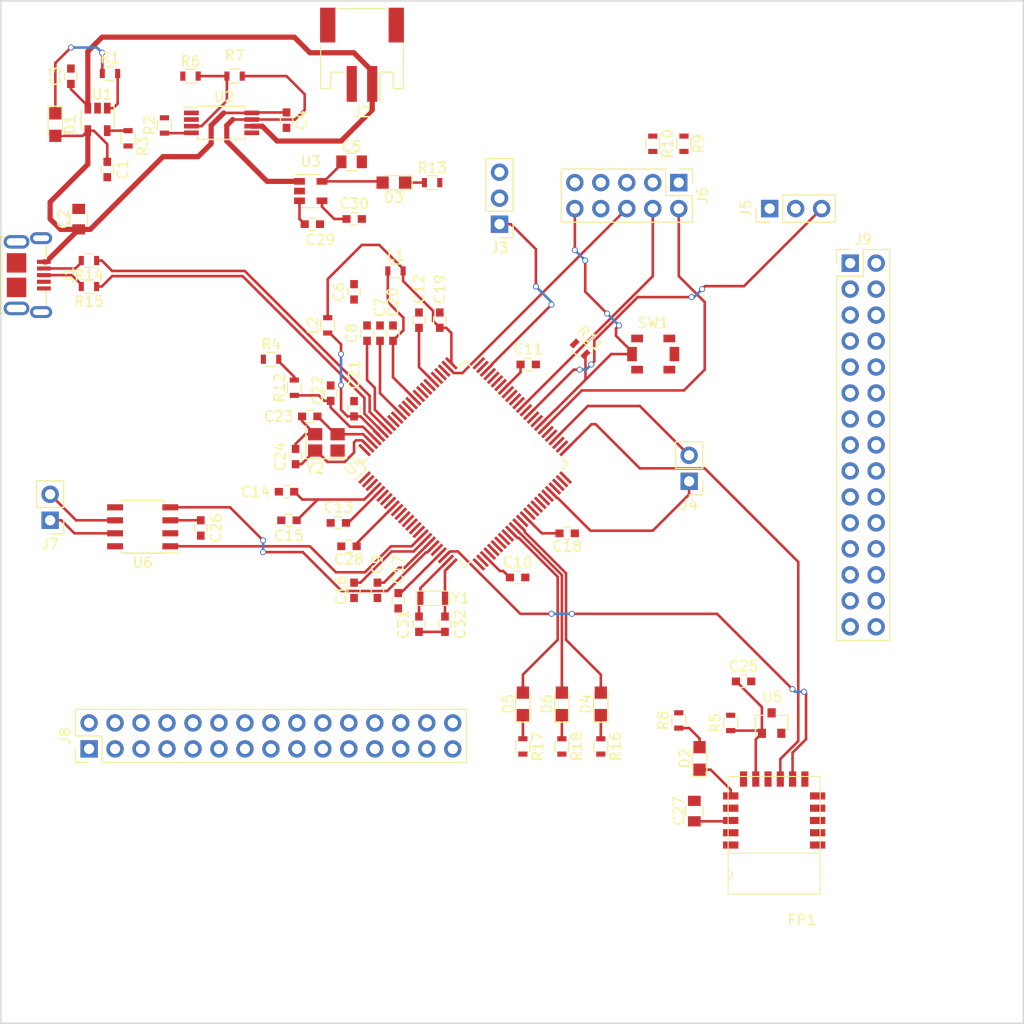
<source format=kicad_pcb>
(kicad_pcb (version 4) (host pcbnew 4.0.7)
  (layers (0 F.Cu signal) (31 B.Cu signal) (34 B.Paste user) (35 F.Paste user) (36 B.SilkS user) (37 F.SilkS user) (38 B.Mask user) (39 F.Mask user) (44 Edge.Cuts user))
  (net 0 "")
  (net 1 GND)
  (net 2 "Net-(C3-Pad1)")
  (net 3 +3V3)
  (net 4 "Net-(C14-Pad1)")
  (net 5 "Net-(C20-Pad1)")
  (net 6 "Net-(C21-Pad1)")
  (net 7 "Net-(C22-Pad1)")
  (net 8 "Net-(C23-Pad1)")
  (net 9 "Net-(C24-Pad1)")
  (net 10 "Net-(C25-Pad1)")
  (net 11 "Net-(C29-Pad1)")
  (net 12 "Net-(C30-Pad1)")
  (net 13 "Net-(C31-Pad1)")
  (net 14 "Net-(C32-Pad1)")
  (net 15 "Net-(D1-Pad1)")
  (net 16 "Net-(D2-Pad2)")
  (net 17 "Net-(D2-Pad1)")
  (net 18 "Net-(D3-Pad1)")
  (net 19 "Net-(FP1-Pad6)")
  (net 20 "Net-(FP1-Pad7)")
  (net 21 "Net-(FP1-Pad8)")
  (net 22 "Net-(FP1-Pad9)")
  (net 23 "Net-(FP1-Pad11)")
  (net 24 "Net-(FP1-Pad5)")
  (net 25 "Net-(FP1-Pad4)")
  (net 26 "Net-(FP1-Pad3)")
  (net 27 "Net-(FP1-Pad1)")
  (net 28 "Net-(FP1-Pad15)")
  (net 29 "Net-(FP1-Pad16)")
  (net 30 /D-)
  (net 31 /D+)
  (net 32 "Net-(J1-Pad4)")
  (net 33 "Net-(J3-Pad1)")
  (net 34 "Net-(J3-Pad3)")
  (net 35 "Net-(J4-Pad1)")
  (net 36 "Net-(J4-Pad2)")
  (net 37 "Net-(J5-Pad1)")
  (net 38 "Net-(J5-Pad3)")
  (net 39 /TMS)
  (net 40 /TCK)
  (net 41 /TDO)
  (net 42 "Net-(J6-Pad7)")
  (net 43 "Net-(J6-Pad8)")
  (net 44 /NRST)
  (net 45 "Net-(J7-Pad1)")
  (net 46 "Net-(J7-Pad2)")
  (net 47 /PD0)
  (net 48 /PD1)
  (net 49 /PD2)
  (net 50 /PD3)
  (net 51 /PD4)
  (net 52 /PD5)
  (net 53 /PD6)
  (net 54 /PD7)
  (net 55 /PD8)
  (net 56 /PD9)
  (net 57 /PD10)
  (net 58 /PD11)
  (net 59 /PD12)
  (net 60 /PD13)
  (net 61 /PD14)
  (net 62 /PD15)
  (net 63 /PD16)
  (net 64 /PD17)
  (net 65 /PD18)
  (net 66 /PD19)
  (net 67 /PD20)
  (net 68 /PD21)
  (net 69 /PD22)
  (net 70 /PD27)
  (net 71 /PD31)
  (net 72 /PA0)
  (net 73 /PA1)
  (net 74 /PA2)
  (net 75 /PA3)
  (net 76 /PA4)
  (net 77 /PA5)
  (net 78 /PA11)
  (net 79 /PA12)
  (net 80 /PA13)
  (net 81 /PA14)
  (net 82 /PA15)
  (net 83 /PA16)
  (net 84 /PA17)
  (net 85 /PA18)
  (net 86 /PA19)
  (net 87 /PA20)
  (net 88 /PA21)
  (net 89 /PA22)
  (net 90 /PA23)
  (net 91 /PA24)
  (net 92 /PA25)
  (net 93 /PA26)
  (net 94 /PA27)
  (net 95 /PA28)
  (net 96 /PA30)
  (net 97 /PA31)
  (net 98 /PB0)
  (net 99 /PB1)
  (net 100 /PB13)
  (net 101 "Net-(J9-Pad30)")
  (net 102 "Net-(R1-Pad1)")
  (net 103 "Net-(R2-Pad1)")
  (net 104 "Net-(R3-Pad1)")
  (net 105 "Net-(R12-Pad2)")
  (net 106 "Net-(R6-Pad2)")
  (net 107 "Net-(U2-Pad1)")
  (net 108 /CAN_TX)
  (net 109 /CAN_RX)
  (net 110 "Net-(U4-Pad60)")
  (net 111 "Net-(U4-Pad74)")
  (net 112 /VBUS)
  (net 113 "Net-(D5-Pad2)")
  (net 114 "Net-(D6-Pad2)")
  (net 115 "Net-(D4-Pad2)")
  (net 116 "Net-(D4-Pad1)")
  (net 117 "Net-(D5-Pad1)")
  (net 118 "Net-(D6-Pad1)")
  (net 119 /D_N)
  (net 120 /D_P)
  (module Capacitors_SMD:C_0603 (layer F.Cu) (at 93.98 41.898 270)
    (fp_text reference C1 (at 0 -1.5 270) (layer F.SilkS))
    (fp_text value 4.7uF)
    (pad 2 smd rect (at 0.75 0 270) (size 0.8 0.75) (layers F.Cu F.Paste F.Mask) (net 1 GND))
    (pad 1 smd rect (at -0.75 0 270) (size 0.8 0.75) (layers F.Cu F.Paste F.Mask) (net 112 /VBUS))
  )
  (module Capacitors_SMD:C_0805 (layer F.Cu) (at 91.186 46.752 90)
    (fp_text reference C2 (at 0 -1.5 90) (layer F.SilkS))
    (fp_text value 10uF)
    (pad 1 smd rect (at -1 0 90) (size 1 1.25) (layers F.Cu F.Paste F.Mask) (net 112 /VBUS))
    (pad 2 smd rect (at 1 0 90) (size 1 1.25) (layers F.Cu F.Paste F.Mask) (net 1 GND))
  )
  (module Capacitors_SMD:C_0603 (layer F.Cu) (at 90.424 32.778 90)
    (fp_text reference C3 (at 0 -1.5 90) (layer F.SilkS))
    (fp_text value 4.7uF)
    (pad 2 smd rect (at 0.75 0 90) (size 0.8 0.75) (layers F.Cu F.Paste F.Mask) (net 1 GND))
    (pad 1 smd rect (at -0.75 0 90) (size 0.8 0.75) (layers F.Cu F.Paste F.Mask) (net 2 "Net-(C3-Pad1)"))
  )
  (module Capacitors_SMD:C_0603 (layer F.Cu) (at 111.506 37.072 270)
    (fp_text reference C4 (at 0 -1.5 270) (layer F.SilkS))
    (fp_text value 0.1uF)
    (pad 2 smd rect (at 0.75 0 270) (size 0.8 0.75) (layers F.Cu F.Paste F.Mask) (net 1 GND))
    (pad 1 smd rect (at -0.75 0 270) (size 0.8 0.75) (layers F.Cu F.Paste F.Mask) (net 112 /VBUS))
  )
  (module Capacitors_SMD:C_0805 (layer F.Cu) (at 117.872 41.148)
    (fp_text reference C5 (at 0 -1.5) (layer F.SilkS))
    (fp_text value 10uF)
    (pad 1 smd rect (at -1 0) (size 1 1.25) (layers F.Cu F.Paste F.Mask) (net 3 +3V3))
    (pad 2 smd rect (at 1 0) (size 1 1.25) (layers F.Cu F.Paste F.Mask) (net 1 GND))
  )
  (module Capacitors_SMD:C_0603 (layer F.Cu) (at 118.11 53.86 90)
    (fp_text reference C6 (at 0 -1.5 90) (layer F.SilkS))
    (fp_text value 4.7uF)
    (pad 2 smd rect (at 0.75 0 90) (size 0.8 0.75) (layers F.Cu F.Paste F.Mask) (net 1 GND))
    (pad 1 smd rect (at -0.75 0 90) (size 0.8 0.75) (layers F.Cu F.Paste F.Mask) (net 3 +3V3))
  )
  (module Capacitors_SMD:C_0603 (layer F.Cu) (at 120.65 57.9 90)
    (fp_text reference C7 (at 2.528 0 270) (layer F.SilkS))
    (fp_text value 100nF)
    (pad 2 smd rect (at 0.75 0 90) (size 0.8 0.75) (layers F.Cu F.Paste F.Mask) (net 1 GND))
    (pad 1 smd rect (at -0.75 0 90) (size 0.8 0.75) (layers F.Cu F.Paste F.Mask) (net 3 +3V3))
  )
  (module Capacitors_SMD:C_0603 (layer F.Cu) (at 119.38 57.9 90)
    (fp_text reference C8 (at 0 -1.5 90) (layer F.SilkS))
    (fp_text value 100nF)
    (pad 2 smd rect (at 0.75 0 90) (size 0.8 0.75) (layers F.Cu F.Paste F.Mask) (net 1 GND))
    (pad 1 smd rect (at -0.75 0 90) (size 0.8 0.75) (layers F.Cu F.Paste F.Mask) (net 3 +3V3))
  )
  (module Capacitors_SMD:C_0603 (layer F.Cu) (at 120.396 83.046 270)
    (fp_text reference C9 (at -2.528 0 270) (layer F.SilkS))
    (fp_text value 100nF)
    (pad 2 smd rect (at 0.75 0 270) (size 0.8 0.75) (layers F.Cu F.Paste F.Mask) (net 1 GND))
    (pad 1 smd rect (at -0.75 0 270) (size 0.8 0.75) (layers F.Cu F.Paste F.Mask) (net 3 +3V3))
  )
  (module Capacitors_SMD:C_0603 (layer F.Cu) (at 134.1 81.788)
    (fp_text reference C10 (at 0 -1.5) (layer F.SilkS))
    (fp_text value 100nF)
    (pad 2 smd rect (at 0.75 0) (size 0.8 0.75) (layers F.Cu F.Paste F.Mask) (net 1 GND))
    (pad 1 smd rect (at -0.75 0) (size 0.8 0.75) (layers F.Cu F.Paste F.Mask) (net 3 +3V3))
  )
  (module Capacitors_SMD:C_0603 (layer F.Cu) (at 135.14 60.96)
    (fp_text reference C11 (at 0 -1.5) (layer F.SilkS))
    (fp_text value 100nF)
    (pad 2 smd rect (at 0.75 0) (size 0.8 0.75) (layers F.Cu F.Paste F.Mask) (net 1 GND))
    (pad 1 smd rect (at -0.75 0) (size 0.8 0.75) (layers F.Cu F.Paste F.Mask) (net 3 +3V3))
  )
  (module Capacitors_SMD:C_0603 (layer F.Cu) (at 124.46 56.63 90)
    (fp_text reference C12 (at 3.036 0 90) (layer F.SilkS))
    (fp_text value 100nF)
    (pad 2 smd rect (at 0.75 0 90) (size 0.8 0.75) (layers F.Cu F.Paste F.Mask) (net 1 GND))
    (pad 1 smd rect (at -0.75 0 90) (size 0.8 0.75) (layers F.Cu F.Paste F.Mask) (net 3 +3V3))
  )
  (module Capacitors_SMD:C_0603 (layer F.Cu) (at 116.574 76.454 180)
    (fp_text reference C13 (at -0.012 1.524 180) (layer F.SilkS))
    (fp_text value 100nF)
    (pad 2 smd rect (at 0.75 0 180) (size 0.8 0.75) (layers F.Cu F.Paste F.Mask) (net 1 GND))
    (pad 1 smd rect (at -0.75 0 180) (size 0.8 0.75) (layers F.Cu F.Paste F.Mask) (net 3 +3V3))
  )
  (module Capacitors_SMD:C_0603 (layer F.Cu) (at 111.506 73.406 180)
    (fp_text reference C14 (at 3.036 0 180) (layer F.SilkS))
    (fp_text value 1uF)
    (pad 2 smd rect (at 0.75 0 180) (size 0.8 0.75) (layers F.Cu F.Paste F.Mask) (net 1 GND))
    (pad 1 smd rect (at -0.75 0 180) (size 0.8 0.75) (layers F.Cu F.Paste F.Mask) (net 4 "Net-(C14-Pad1)"))
  )
  (module Capacitors_SMD:C_0603 (layer F.Cu) (at 111.748 76.2 180)
    (fp_text reference C15 (at 0 -1.5 180) (layer F.SilkS))
    (fp_text value 100nF)
    (pad 2 smd rect (at 0.75 0 180) (size 0.8 0.75) (layers F.Cu F.Paste F.Mask) (net 1 GND))
    (pad 1 smd rect (at -0.75 0 180) (size 0.8 0.75) (layers F.Cu F.Paste F.Mask) (net 4 "Net-(C14-Pad1)"))
  )
  (module Capacitors_SMD:C_0603 (layer F.Cu) (at 118.11 83.046 270)
    (fp_text reference C16 (at 0 1.27 270) (layer F.SilkS))
    (fp_text value 100nF)
    (pad 2 smd rect (at 0.75 0 270) (size 0.8 0.75) (layers F.Cu F.Paste F.Mask) (net 1 GND))
    (pad 1 smd rect (at -0.75 0 270) (size 0.8 0.75) (layers F.Cu F.Paste F.Mask) (net 4 "Net-(C14-Pad1)"))
  )
  (module Capacitors_SMD:C_0603 (layer F.Cu) (at 122.428 84.062 270)
    (fp_text reference C17 (at -3.036 0 270) (layer F.SilkS))
    (fp_text value 100nF)
    (pad 2 smd rect (at 0.75 0 270) (size 0.8 0.75) (layers F.Cu F.Paste F.Mask) (net 1 GND))
    (pad 1 smd rect (at -0.75 0 270) (size 0.8 0.75) (layers F.Cu F.Paste F.Mask) (net 4 "Net-(C14-Pad1)"))
  )
  (module Capacitors_SMD:C_0603 (layer F.Cu) (at 138.95 77.47)
    (fp_text reference C18 (at 0 1.27) (layer F.SilkS))
    (fp_text value 100nF)
    (pad 2 smd rect (at 0.75 0) (size 0.8 0.75) (layers F.Cu F.Paste F.Mask) (net 1 GND))
    (pad 1 smd rect (at -0.75 0) (size 0.8 0.75) (layers F.Cu F.Paste F.Mask) (net 4 "Net-(C14-Pad1)"))
  )
  (module Capacitors_SMD:C_0603 (layer F.Cu) (at 126.492 56.63 90)
    (fp_text reference C19 (at 3.036 0 90) (layer F.SilkS))
    (fp_text value 100nF)
    (pad 2 smd rect (at 0.75 0 90) (size 0.8 0.75) (layers F.Cu F.Paste F.Mask) (net 1 GND))
    (pad 1 smd rect (at -0.75 0 90) (size 0.8 0.75) (layers F.Cu F.Paste F.Mask) (net 4 "Net-(C14-Pad1)"))
  )
  (module Capacitors_SMD:C_0603 (layer F.Cu) (at 121.92 57.9 90)
    (fp_text reference C20 (at 3.036 0 90) (layer F.SilkS))
    (fp_text value 100nF)
    (pad 2 smd rect (at 0.75 0 90) (size 0.8 0.75) (layers F.Cu F.Paste F.Mask) (net 1 GND))
    (pad 1 smd rect (at -0.75 0 90) (size 0.8 0.75) (layers F.Cu F.Paste F.Mask) (net 5 "Net-(C20-Pad1)"))
  )
  (module Capacitors_SMD:C_0603 (layer F.Cu) (at 118.11 65.29 90)
    (fp_text reference C21 (at 3.314 0 90) (layer F.SilkS))
    (fp_text value 100nF)
    (pad 2 smd rect (at 0.75 0 90) (size 0.8 0.75) (layers F.Cu F.Paste F.Mask) (net 1 GND))
    (pad 1 smd rect (at -0.75 0 90) (size 0.8 0.75) (layers F.Cu F.Paste F.Mask) (net 6 "Net-(C21-Pad1)"))
  )
  (module Capacitors_SMD:C_0603 (layer F.Cu) (at 115.824 63.766 90)
    (fp_text reference C22 (at 0.266 -1.27 90) (layer F.SilkS))
    (fp_text value 10pF)
    (pad 2 smd rect (at 0.75 0 90) (size 0.8 0.75) (layers F.Cu F.Paste F.Mask) (net 1 GND))
    (pad 1 smd rect (at -0.75 0 90) (size 0.8 0.75) (layers F.Cu F.Paste F.Mask) (net 7 "Net-(C22-Pad1)"))
  )
  (module Capacitors_SMD:C_0603 (layer F.Cu) (at 113.78 66.04 180)
    (fp_text reference C23 (at 3.036 0 180) (layer F.SilkS))
    (fp_text value 18pF)
    (pad 2 smd rect (at 0.75 0 180) (size 0.8 0.75) (layers F.Cu F.Paste F.Mask) (net 1 GND))
    (pad 1 smd rect (at -0.75 0 180) (size 0.8 0.75) (layers F.Cu F.Paste F.Mask) (net 8 "Net-(C23-Pad1)"))
  )
  (module Capacitors_SMD:C_0603 (layer F.Cu) (at 112.395 69.965 90)
    (fp_text reference C24 (at 0 -1.5 90) (layer F.SilkS))
    (fp_text value 18pF)
    (pad 2 smd rect (at 0.75 0 90) (size 0.8 0.75) (layers F.Cu F.Paste F.Mask) (net 1 GND))
    (pad 1 smd rect (at -0.75 0 90) (size 0.8 0.75) (layers F.Cu F.Paste F.Mask) (net 9 "Net-(C24-Pad1)"))
  )
  (module Capacitors_SMD:C_0603 (layer F.Cu) (at 156.198 91.948)
    (fp_text reference C25 (at 0 -1.5) (layer F.SilkS))
    (fp_text value 1uF)
    (pad 2 smd rect (at 0.75 0) (size 0.8 0.75) (layers F.Cu F.Paste F.Mask) (net 1 GND))
    (pad 1 smd rect (at -0.75 0) (size 0.8 0.75) (layers F.Cu F.Paste F.Mask) (net 10 "Net-(C25-Pad1)"))
  )
  (module Capacitors_SMD:C_0603 (layer F.Cu) (at 103.124 76.95 270)
    (fp_text reference C26 (at 0 -1.5 270) (layer F.SilkS))
    (fp_text value 100nF)
    (pad 2 smd rect (at 0.75 0 270) (size 0.8 0.75) (layers F.Cu F.Paste F.Mask) (net 1 GND))
    (pad 1 smd rect (at -0.75 0 270) (size 0.8 0.75) (layers F.Cu F.Paste F.Mask) (net 3 +3V3))
  )
  (module Capacitors_SMD:C_0805 (layer F.Cu) (at 151.384 104.632 90)
    (fp_text reference C27 (at 0 -1.5 90) (layer F.SilkS))
    (fp_text value 10uF)
    (pad 1 smd rect (at -1 0 90) (size 1 1.25) (layers F.Cu F.Paste F.Mask) (net 3 +3V3))
    (pad 2 smd rect (at 1 0 90) (size 1 1.25) (layers F.Cu F.Paste F.Mask) (net 1 GND))
  )
  (module Capacitors_SMD:C_0603 (layer F.Cu) (at 117.614 78.74 180)
    (fp_text reference C28 (at 0.012 -1.27 180) (layer F.SilkS))
    (fp_text value 100nF)
    (pad 2 smd rect (at 0.75 0 180) (size 0.8 0.75) (layers F.Cu F.Paste F.Mask) (net 1 GND))
    (pad 1 smd rect (at -0.75 0 180) (size 0.8 0.75) (layers F.Cu F.Paste F.Mask) (net 3 +3V3))
  )
  (module Capacitors_SMD:C_0603 (layer F.Cu) (at 114.034 47.244)
    (fp_text reference C29 (at 0.774 1.524) (layer F.SilkS))
    (fp_text value 100nF)
    (pad 2 smd rect (at 0.75 0) (size 0.8 0.75) (layers F.Cu F.Paste F.Mask) (net 1 GND))
    (pad 1 smd rect (at -0.75 0) (size 0.8 0.75) (layers F.Cu F.Paste F.Mask) (net 11 "Net-(C29-Pad1)"))
  )
  (module Capacitors_SMD:C_0603 (layer F.Cu) (at 118.122 46.736)
    (fp_text reference C30 (at 0 -1.5) (layer F.SilkS))
    (fp_text value 10nF)
    (pad 2 smd rect (at 0.75 0) (size 0.8 0.75) (layers F.Cu F.Paste F.Mask) (net 1 GND))
    (pad 1 smd rect (at -0.75 0) (size 0.8 0.75) (layers F.Cu F.Paste F.Mask) (net 12 "Net-(C30-Pad1)"))
  )
  (module Capacitors_SMD:C_0603 (layer F.Cu) (at 124.46 86.36 270)
    (fp_text reference C31 (at 0 1.524 270) (layer F.SilkS))
    (fp_text value 12.5pF)
    (pad 2 smd rect (at 0.75 0 270) (size 0.8 0.75) (layers F.Cu F.Paste F.Mask) (net 1 GND))
    (pad 1 smd rect (at -0.75 0 270) (size 0.8 0.75) (layers F.Cu F.Paste F.Mask) (net 13 "Net-(C31-Pad1)"))
  )
  (module Capacitors_SMD:C_0603 (layer F.Cu) (at 127 86.36 270)
    (fp_text reference C32 (at 0 -1.5 270) (layer F.SilkS))
    (fp_text value 12.5pF)
    (pad 2 smd rect (at 0.75 0 270) (size 0.8 0.75) (layers F.Cu F.Paste F.Mask) (net 1 GND))
    (pad 1 smd rect (at -0.75 0 270) (size 0.8 0.75) (layers F.Cu F.Paste F.Mask) (net 14 "Net-(C32-Pad1)"))
  )
  (module LEDs:LED_0805 (layer F.Cu) (at 88.9 37.508 270)
    (fp_text reference D1 (at 0 -1.45 270) (layer F.SilkS))
    (fp_text value LED)
    (pad 2 smd rect (at 1.1 0 90) (size 1.2 1.2) (layers F.Cu F.Paste F.Mask) (net 112 /VBUS))
    (pad 1 smd rect (at -1.1 0 90) (size 1.2 1.2) (layers F.Cu F.Paste F.Mask) (net 15 "Net-(D1-Pad1)"))
  )
  (module LEDs:LED_0805 (layer F.Cu) (at 151.892 99.484 90)
    (fp_text reference D2 (at 0 -1.45 90) (layer F.SilkS))
    (fp_text value LED)
    (pad 2 smd rect (at 1.1 0 270) (size 1.2 1.2) (layers F.Cu F.Paste F.Mask) (net 16 "Net-(D2-Pad2)"))
    (pad 1 smd rect (at -1.1 0 270) (size 1.2 1.2) (layers F.Cu F.Paste F.Mask) (net 17 "Net-(D2-Pad1)"))
  )
  (module LEDs:LED_0805 (layer F.Cu) (at 122.004 43.18 180)
    (fp_text reference D3 (at 0 -1.45 180) (layer F.SilkS))
    (fp_text value LED)
    (pad 2 smd rect (at 1.1 0) (size 1.2 1.2) (layers F.Cu F.Paste F.Mask) (net 3 +3V3))
    (pad 1 smd rect (at -1.1 0) (size 1.2 1.2) (layers F.Cu F.Paste F.Mask) (net 18 "Net-(D3-Pad1)"))
  )
  (module eclectronics:BM71BLES1FC2 (layer F.Cu) (at 163.69 101.25 180)
    (fp_text reference FP1 (at 1.778 -14.01572 180) (layer F.SilkS))
    (fp_text value BM71BLES1FC2)
    (pad 6 smd rect (at 1.5 -0.25 180) (size 0.7 1.5) (layers F.Cu F.Paste F.Mask) (net 19 "Net-(FP1-Pad6)"))
    (pad 7 smd rect (at 2.7 -0.25 180) (size 0.7 1.5) (layers F.Cu F.Paste F.Mask) (net 20 "Net-(FP1-Pad7)"))
    (pad 8 smd rect (at 3.9 -0.25 180) (size 0.7 1.5) (layers F.Cu F.Paste F.Mask) (net 21 "Net-(FP1-Pad8)"))
    (pad 9 smd rect (at 5.1 -0.25 180) (size 0.7 1.5) (layers F.Cu F.Paste F.Mask) (net 22 "Net-(FP1-Pad9)"))
    (pad 10 smd rect (at 6.3 -0.25 180) (size 0.7 1.5) (layers F.Cu F.Paste F.Mask) (net 10 "Net-(C25-Pad1)"))
    (pad 11 smd rect (at 7.5 -0.25 180) (size 0.7 1.5) (layers F.Cu F.Paste F.Mask) (net 23 "Net-(FP1-Pad11)"))
    (pad 5 smd rect (at 0.25 -1.9 90) (size 0.7 1.5) (layers F.Cu F.Paste F.Mask) (net 24 "Net-(FP1-Pad5)"))
    (pad 4 smd rect (at 0.25 -3.1 90) (size 0.7 1.5) (layers F.Cu F.Paste F.Mask) (net 25 "Net-(FP1-Pad4)"))
    (pad 3 smd rect (at 0.25 -4.3 90) (size 0.7 1.5) (layers F.Cu F.Paste F.Mask) (net 26 "Net-(FP1-Pad3)"))
    (pad 2 smd rect (at 0.25 -5.5 90) (size 0.7 1.5) (layers F.Cu F.Paste F.Mask) (net 1 GND))
    (pad 1 smd rect (at 0.25 -6.7 90) (size 0.7 1.5) (layers F.Cu F.Paste F.Mask) (net 27 "Net-(FP1-Pad1)"))
    (pad 12 smd rect (at 8.75 -1.9 90) (size 0.7 1.5) (layers F.Cu F.Paste F.Mask) (net 17 "Net-(D2-Pad1)"))
    (pad 13 smd rect (at 8.75 -3.1 90) (size 0.7 1.5) (layers F.Cu F.Paste F.Mask) (net 1 GND))
    (pad 14 smd rect (at 8.75 -4.3 90) (size 0.7 1.5) (layers F.Cu F.Paste F.Mask) (net 3 +3V3))
    (pad 15 smd rect (at 8.75 -5.5 90) (size 0.7 1.5) (layers F.Cu F.Paste F.Mask) (net 28 "Net-(FP1-Pad15)"))
    (pad 16 smd rect (at 8.75 -6.7 90) (size 0.7 1.5) (layers F.Cu F.Paste F.Mask) (net 29 "Net-(FP1-Pad16)"))
  )
  (module eclectronics:USB_microB_2040002-1 (layer F.Cu) (at 85.1074 52.227 270)
    (fp_text reference J1 (at 0 -5.08 270) (layer F.SilkS))
    (fp_text value USB_microB_2040002-1)
    (pad 1 smd rect (at -1.3 -2.675 270) (size 0.4 1.35) (layers F.Cu F.Paste F.Mask) (net 112 /VBUS))
    (pad 2 smd rect (at -0.65 -2.675 270) (size 0.4 1.35) (layers F.Cu F.Paste F.Mask) (net 30 /D-))
    (pad 3 smd rect (at 0 -2.675 270) (size 0.4 1.35) (layers F.Cu F.Paste F.Mask) (net 31 /D+))
    (pad 4 smd rect (at 0.65 -2.675 270) (size 0.4 1.35) (layers F.Cu F.Paste F.Mask) (net 32 "Net-(J1-Pad4)"))
    (pad 5 smd rect (at 1.3 -2.675 270) (size 0.4 1.35) (layers F.Cu F.Paste F.Mask) (net 1 GND))
    (pad 11 thru_hole oval (at -3.615 -2.4 270) (size 1.16 2.16) (drill oval 0.56 1.56) (layers *.Cu *.Mask) (net 1 GND))
    (pad 6 thru_hole oval (at 3.615 -2.4 270) (size 1.16 2.16) (drill oval 0.56 1.56) (layers *.Cu *.Mask) (net 1 GND))
    (pad 10 thru_hole oval (at -3.255 0 270) (size 1.32 2.52) (drill oval 0.72 1.92) (layers *.Cu *.Mask) (net 1 GND))
    (pad 7 thru_hole oval (at 3.255 0 270) (size 1.32 2.52) (drill oval 0.72 1.92) (layers *.Cu *.Mask) (net 1 GND))
    (pad 9 smd rect (at -1.2 0 270) (size 1.9 1.9) (layers F.Cu F.Paste F.Mask) (net 1 GND))
    (pad 8 smd rect (at 1.2 0 270) (size 1.9 1.9) (layers F.Cu F.Paste F.Mask) (net 1 GND))
  )
  (module Connectors_JST:JST_PH_S2B-PH-SM4-TB_02x2.00mm_Angled (layer F.Cu) (at 118.888 30.653 180)
    (fp_text reference J2 (at 0 -5.625 180) (layer F.SilkS))
    (fp_text value "Battery 1x2")
    (pad 1 smd rect (at -1 -2.875 180) (size 1 3.5) (layers F.Cu F.Paste F.Mask) (net 2 "Net-(C3-Pad1)"))
    (pad 2 smd rect (at 1 -2.875 180) (size 1 3.5) (layers F.Cu F.Paste F.Mask) (net 1 GND))
    (pad "" smd rect (at -3.35 2.875 180) (size 1.5 3.4) (layers F.Cu F.Paste F.Mask))
    (pad "" smd rect (at 3.35 2.875 180) (size 1.5 3.4) (layers F.Cu F.Paste F.Mask))
  )
  (module Pin_Headers:Pin_Header_Straight_1x03_Pitch2.54mm (layer F.Cu) (at 132.334 47.244 180)
    (fp_text reference J3 (at 0 -2.33 180) (layer F.SilkS))
    (fp_text value "JTAGSEL_JUMPER 1x3")
    (pad 1 thru_hole rect (at 0 0 180) (size 1.7 1.7) (drill 1) (layers *.Cu *.Mask) (net 33 "Net-(J3-Pad1)"))
    (pad 2 thru_hole oval (at 0 2.54 180) (size 1.7 1.7) (drill 1) (layers *.Cu *.Mask) (net 3 +3V3))
    (pad 3 thru_hole oval (at 0 5.08 180) (size 1.7 1.7) (drill 1) (layers *.Cu *.Mask) (net 34 "Net-(J3-Pad3)"))
  )
  (module Pin_Headers:Pin_Header_Straight_1x02_Pitch2.54mm (layer F.Cu) (at 150.876 72.39 180)
    (fp_text reference J4 (at 0 -2.33 180) (layer F.SilkS))
    (fp_text value "UART_PROG 1x2")
    (pad 1 thru_hole rect (at 0 0 180) (size 1.7 1.7) (drill 1) (layers *.Cu *.Mask) (net 35 "Net-(J4-Pad1)"))
    (pad 2 thru_hole oval (at 0 2.54 180) (size 1.7 1.7) (drill 1) (layers *.Cu *.Mask) (net 36 "Net-(J4-Pad2)"))
  )
  (module Pin_Headers:Pin_Header_Straight_1x03_Pitch2.54mm (layer F.Cu) (at 158.75 45.72 90)
    (fp_text reference J5 (at 0 -2.33 90) (layer F.SilkS))
    (fp_text value "ERASE_JUMPER 1x3")
    (pad 1 thru_hole rect (at 0 0 90) (size 1.7 1.7) (drill 1) (layers *.Cu *.Mask) (net 37 "Net-(J5-Pad1)"))
    (pad 2 thru_hole oval (at 0 2.54 90) (size 1.7 1.7) (drill 1) (layers *.Cu *.Mask) (net 3 +3V3))
    (pad 3 thru_hole oval (at 0 5.08 90) (size 1.7 1.7) (drill 1) (layers *.Cu *.Mask) (net 38 "Net-(J5-Pad3)"))
  )
  (module Pin_Headers:Pin_Header_Straight_2x05_Pitch2.54mm (layer F.Cu) (at 149.86 43.18 270)
    (fp_text reference J6 (at 1.27 -2.33 270) (layer F.SilkS))
    (fp_text value ARM-Cortex-Debug-10)
    (pad 1 thru_hole rect (at 0 0 270) (size 1.7 1.7) (drill 1) (layers *.Cu *.Mask) (net 3 +3V3))
    (pad 2 thru_hole oval (at 2.54 0 270) (size 1.7 1.7) (drill 1) (layers *.Cu *.Mask) (net 39 /TMS))
    (pad 3 thru_hole oval (at 0 2.54 270) (size 1.7 1.7) (drill 1) (layers *.Cu *.Mask) (net 1 GND))
    (pad 4 thru_hole oval (at 2.54 2.54 270) (size 1.7 1.7) (drill 1) (layers *.Cu *.Mask) (net 40 /TCK))
    (pad 5 thru_hole oval (at 0 5.08 270) (size 1.7 1.7) (drill 1) (layers *.Cu *.Mask) (net 1 GND))
    (pad 6 thru_hole oval (at 2.54 5.08 270) (size 1.7 1.7) (drill 1) (layers *.Cu *.Mask) (net 41 /TDO))
    (pad 7 thru_hole oval (at 0 7.62 270) (size 1.7 1.7) (drill 1) (layers *.Cu *.Mask) (net 42 "Net-(J6-Pad7)"))
    (pad 8 thru_hole oval (at 2.54 7.62 270) (size 1.7 1.7) (drill 1) (layers *.Cu *.Mask) (net 43 "Net-(J6-Pad8)"))
    (pad 9 thru_hole oval (at 0 10.16 270) (size 1.7 1.7) (drill 1) (layers *.Cu *.Mask))
    (pad 10 thru_hole oval (at 2.54 10.16 270) (size 1.7 1.7) (drill 1) (layers *.Cu *.Mask) (net 44 /NRST))
  )
  (module Pin_Headers:Pin_Header_Straight_1x02_Pitch2.54mm (layer F.Cu) (at 88.392 76.2 180)
    (fp_text reference J7 (at 0 -2.33 180) (layer F.SilkS))
    (fp_text value "CAN 1x2")
    (pad 1 thru_hole rect (at 0 0 180) (size 1.7 1.7) (drill 1) (layers *.Cu *.Mask) (net 45 "Net-(J7-Pad1)"))
    (pad 2 thru_hole oval (at 0 2.54 180) (size 1.7 1.7) (drill 1) (layers *.Cu *.Mask) (net 46 "Net-(J7-Pad2)"))
  )
  (module Pin_Headers:Pin_Header_Straight_2x15_Pitch2.54mm (layer F.Cu) (at 92.202 98.552 90)
    (fp_text reference J8 (at 1.27 -2.33 90) (layer F.SilkS))
    (fp_text value Conn_02x15_Counter_Clockwise)
    (pad 1 thru_hole rect (at 0 0 90) (size 1.7 1.7) (drill 1) (layers *.Cu *.Mask) (net 47 /PD0))
    (pad 2 thru_hole oval (at 2.54 0 90) (size 1.7 1.7) (drill 1) (layers *.Cu *.Mask) (net 48 /PD1))
    (pad 3 thru_hole oval (at 0 2.54 90) (size 1.7 1.7) (drill 1) (layers *.Cu *.Mask) (net 49 /PD2))
    (pad 4 thru_hole oval (at 2.54 2.54 90) (size 1.7 1.7) (drill 1) (layers *.Cu *.Mask) (net 50 /PD3))
    (pad 5 thru_hole oval (at 0 5.08 90) (size 1.7 1.7) (drill 1) (layers *.Cu *.Mask) (net 51 /PD4))
    (pad 6 thru_hole oval (at 2.54 5.08 90) (size 1.7 1.7) (drill 1) (layers *.Cu *.Mask) (net 52 /PD5))
    (pad 7 thru_hole oval (at 0 7.62 90) (size 1.7 1.7) (drill 1) (layers *.Cu *.Mask) (net 53 /PD6))
    (pad 8 thru_hole oval (at 2.54 7.62 90) (size 1.7 1.7) (drill 1) (layers *.Cu *.Mask) (net 54 /PD7))
    (pad 9 thru_hole oval (at 0 10.16 90) (size 1.7 1.7) (drill 1) (layers *.Cu *.Mask) (net 55 /PD8))
    (pad 10 thru_hole oval (at 2.54 10.16 90) (size 1.7 1.7) (drill 1) (layers *.Cu *.Mask) (net 56 /PD9))
    (pad 11 thru_hole oval (at 0 12.7 90) (size 1.7 1.7) (drill 1) (layers *.Cu *.Mask) (net 57 /PD10))
    (pad 12 thru_hole oval (at 2.54 12.7 90) (size 1.7 1.7) (drill 1) (layers *.Cu *.Mask) (net 58 /PD11))
    (pad 13 thru_hole oval (at 0 15.24 90) (size 1.7 1.7) (drill 1) (layers *.Cu *.Mask) (net 59 /PD12))
    (pad 14 thru_hole oval (at 2.54 15.24 90) (size 1.7 1.7) (drill 1) (layers *.Cu *.Mask) (net 60 /PD13))
    (pad 15 thru_hole oval (at 0 17.78 90) (size 1.7 1.7) (drill 1) (layers *.Cu *.Mask) (net 61 /PD14))
    (pad 16 thru_hole oval (at 2.54 17.78 90) (size 1.7 1.7) (drill 1) (layers *.Cu *.Mask) (net 62 /PD15))
    (pad 17 thru_hole oval (at 0 20.32 90) (size 1.7 1.7) (drill 1) (layers *.Cu *.Mask) (net 63 /PD16))
    (pad 18 thru_hole oval (at 2.54 20.32 90) (size 1.7 1.7) (drill 1) (layers *.Cu *.Mask) (net 64 /PD17))
    (pad 19 thru_hole oval (at 0 22.86 90) (size 1.7 1.7) (drill 1) (layers *.Cu *.Mask) (net 65 /PD18))
    (pad 20 thru_hole oval (at 2.54 22.86 90) (size 1.7 1.7) (drill 1) (layers *.Cu *.Mask) (net 66 /PD19))
    (pad 21 thru_hole oval (at 0 25.4 90) (size 1.7 1.7) (drill 1) (layers *.Cu *.Mask) (net 67 /PD20))
    (pad 22 thru_hole oval (at 2.54 25.4 90) (size 1.7 1.7) (drill 1) (layers *.Cu *.Mask) (net 68 /PD21))
    (pad 23 thru_hole oval (at 0 27.94 90) (size 1.7 1.7) (drill 1) (layers *.Cu *.Mask) (net 69 /PD22))
    (pad 24 thru_hole oval (at 2.54 27.94 90) (size 1.7 1.7) (drill 1) (layers *.Cu *.Mask) (net 70 /PD27))
    (pad 25 thru_hole oval (at 0 30.48 90) (size 1.7 1.7) (drill 1) (layers *.Cu *.Mask) (net 71 /PD31))
    (pad 26 thru_hole oval (at 2.54 30.48 90) (size 1.7 1.7) (drill 1) (layers *.Cu *.Mask) (net 1 GND))
    (pad 27 thru_hole oval (at 0 33.02 90) (size 1.7 1.7) (drill 1) (layers *.Cu *.Mask) (net 1 GND))
    (pad 28 thru_hole oval (at 2.54 33.02 90) (size 1.7 1.7) (drill 1) (layers *.Cu *.Mask) (net 1 GND))
    (pad 29 thru_hole oval (at 0 35.56 90) (size 1.7 1.7) (drill 1) (layers *.Cu *.Mask) (net 112 /VBUS))
    (pad 30 thru_hole oval (at 2.54 35.56 90) (size 1.7 1.7) (drill 1) (layers *.Cu *.Mask) (net 3 +3V3))
  )
  (module Pin_Headers:Pin_Header_Straight_2x15_Pitch2.54mm (layer F.Cu) (at 166.624 51.054)
    (fp_text reference J9 (at 1.27 -2.33) (layer F.SilkS))
    (fp_text value Conn_02x15_Counter_Clockwise)
    (pad 1 thru_hole rect (at 0 0) (size 1.7 1.7) (drill 1) (layers *.Cu *.Mask) (net 72 /PA0))
    (pad 2 thru_hole oval (at 2.54 0) (size 1.7 1.7) (drill 1) (layers *.Cu *.Mask) (net 73 /PA1))
    (pad 3 thru_hole oval (at 0 2.54) (size 1.7 1.7) (drill 1) (layers *.Cu *.Mask) (net 74 /PA2))
    (pad 4 thru_hole oval (at 2.54 2.54) (size 1.7 1.7) (drill 1) (layers *.Cu *.Mask) (net 75 /PA3))
    (pad 5 thru_hole oval (at 0 5.08) (size 1.7 1.7) (drill 1) (layers *.Cu *.Mask) (net 76 /PA4))
    (pad 6 thru_hole oval (at 2.54 5.08) (size 1.7 1.7) (drill 1) (layers *.Cu *.Mask) (net 77 /PA5))
    (pad 7 thru_hole oval (at 0 7.62) (size 1.7 1.7) (drill 1) (layers *.Cu *.Mask) (net 78 /PA11))
    (pad 8 thru_hole oval (at 2.54 7.62) (size 1.7 1.7) (drill 1) (layers *.Cu *.Mask) (net 79 /PA12))
    (pad 9 thru_hole oval (at 0 10.16) (size 1.7 1.7) (drill 1) (layers *.Cu *.Mask) (net 80 /PA13))
    (pad 10 thru_hole oval (at 2.54 10.16) (size 1.7 1.7) (drill 1) (layers *.Cu *.Mask) (net 81 /PA14))
    (pad 11 thru_hole oval (at 0 12.7) (size 1.7 1.7) (drill 1) (layers *.Cu *.Mask) (net 82 /PA15))
    (pad 12 thru_hole oval (at 2.54 12.7) (size 1.7 1.7) (drill 1) (layers *.Cu *.Mask) (net 83 /PA16))
    (pad 13 thru_hole oval (at 0 15.24) (size 1.7 1.7) (drill 1) (layers *.Cu *.Mask) (net 84 /PA17))
    (pad 14 thru_hole oval (at 2.54 15.24) (size 1.7 1.7) (drill 1) (layers *.Cu *.Mask) (net 85 /PA18))
    (pad 15 thru_hole oval (at 0 17.78) (size 1.7 1.7) (drill 1) (layers *.Cu *.Mask) (net 86 /PA19))
    (pad 16 thru_hole oval (at 2.54 17.78) (size 1.7 1.7) (drill 1) (layers *.Cu *.Mask) (net 87 /PA20))
    (pad 17 thru_hole oval (at 0 20.32) (size 1.7 1.7) (drill 1) (layers *.Cu *.Mask) (net 88 /PA21))
    (pad 18 thru_hole oval (at 2.54 20.32) (size 1.7 1.7) (drill 1) (layers *.Cu *.Mask) (net 89 /PA22))
    (pad 19 thru_hole oval (at 0 22.86) (size 1.7 1.7) (drill 1) (layers *.Cu *.Mask) (net 90 /PA23))
    (pad 20 thru_hole oval (at 2.54 22.86) (size 1.7 1.7) (drill 1) (layers *.Cu *.Mask) (net 91 /PA24))
    (pad 21 thru_hole oval (at 0 25.4) (size 1.7 1.7) (drill 1) (layers *.Cu *.Mask) (net 92 /PA25))
    (pad 22 thru_hole oval (at 2.54 25.4) (size 1.7 1.7) (drill 1) (layers *.Cu *.Mask) (net 93 /PA26))
    (pad 23 thru_hole oval (at 0 27.94) (size 1.7 1.7) (drill 1) (layers *.Cu *.Mask) (net 94 /PA27))
    (pad 24 thru_hole oval (at 2.54 27.94) (size 1.7 1.7) (drill 1) (layers *.Cu *.Mask) (net 95 /PA28))
    (pad 25 thru_hole oval (at 0 30.48) (size 1.7 1.7) (drill 1) (layers *.Cu *.Mask) (net 96 /PA30))
    (pad 26 thru_hole oval (at 2.54 30.48) (size 1.7 1.7) (drill 1) (layers *.Cu *.Mask) (net 97 /PA31))
    (pad 27 thru_hole oval (at 0 33.02) (size 1.7 1.7) (drill 1) (layers *.Cu *.Mask) (net 98 /PB0))
    (pad 28 thru_hole oval (at 2.54 33.02) (size 1.7 1.7) (drill 1) (layers *.Cu *.Mask) (net 99 /PB1))
    (pad 29 thru_hole oval (at 0 35.56) (size 1.7 1.7) (drill 1) (layers *.Cu *.Mask) (net 100 /PB13))
    (pad 30 thru_hole oval (at 2.54 35.56) (size 1.7 1.7) (drill 1) (layers *.Cu *.Mask) (net 101 "Net-(J9-Pad30)"))
  )
  (module Resistors_SMD:R_0603 (layer F.Cu) (at 122.162 51.816)
    (fp_text reference L1 (at 0.012 -1.524) (layer F.SilkS))
    (fp_text value "470R @ 100MHz")
    (pad 1 smd rect (at -0.75 0) (size 0.5 0.9) (layers F.Cu F.Paste F.Mask) (net 5 "Net-(C20-Pad1)"))
    (pad 2 smd rect (at 0.75 0) (size 0.5 0.9) (layers F.Cu F.Paste F.Mask) (net 4 "Net-(C14-Pad1)"))
  )
  (module Resistors_SMD:R_0603 (layer F.Cu) (at 115.53567 57.138 90)
    (fp_text reference L2 (at 0 -1.45 90) (layer F.SilkS))
    (fp_text value "470R @ 100MHz")
    (pad 1 smd rect (at -0.75 0 90) (size 0.5 0.9) (layers F.Cu F.Paste F.Mask) (net 6 "Net-(C21-Pad1)"))
    (pad 2 smd rect (at 0.75 0 90) (size 0.5 0.9) (layers F.Cu F.Paste F.Mask) (net 4 "Net-(C14-Pad1)"))
  )
  (module Resistors_SMD:R_0603 (layer F.Cu) (at 94.246 32.512 180)
    (fp_text reference R1 (at 0 1.524 180) (layer F.SilkS))
    (fp_text value 475)
    (pad 1 smd rect (at -0.75 0 180) (size 0.5 0.9) (layers F.Cu F.Paste F.Mask) (net 102 "Net-(R1-Pad1)"))
    (pad 2 smd rect (at 0.75 0 180) (size 0.5 0.9) (layers F.Cu F.Paste F.Mask) (net 15 "Net-(D1-Pad1)"))
  )
  (module Resistors_SMD:R_0603 (layer F.Cu) (at 99.568 37.592 90)
    (fp_text reference R2 (at 0 -1.45 90) (layer F.SilkS))
    (fp_text value 402)
    (pad 1 smd rect (at -0.75 0 90) (size 0.5 0.9) (layers F.Cu F.Paste F.Mask) (net 103 "Net-(R2-Pad1)"))
    (pad 2 smd rect (at 0.75 0 90) (size 0.5 0.9) (layers F.Cu F.Paste F.Mask) (net 1 GND))
  )
  (module Resistors_SMD:R_0603 (layer F.Cu) (at 96.012 38.85 270)
    (fp_text reference R3 (at 0.774 -1.45 270) (layer F.SilkS))
    (fp_text value 2K)
    (pad 1 smd rect (at -0.75 0 270) (size 0.5 0.9) (layers F.Cu F.Paste F.Mask) (net 104 "Net-(R3-Pad1)"))
    (pad 2 smd rect (at 0.75 0 270) (size 0.5 0.9) (layers F.Cu F.Paste F.Mask) (net 1 GND))
  )
  (module Resistors_SMD:R_0603 (layer F.Cu) (at 109.994 60.452)
    (fp_text reference R4 (at 0 -1.45) (layer F.SilkS))
    (fp_text value 4.99K)
    (pad 1 smd rect (at -0.75 0) (size 0.5 0.9) (layers F.Cu F.Paste F.Mask) (net 1 GND))
    (pad 2 smd rect (at 0.75 0) (size 0.5 0.9) (layers F.Cu F.Paste F.Mask) (net 105 "Net-(R12-Pad2)"))
  )
  (module Resistors_SMD:R_0603 (layer F.Cu) (at 154.94 96.012 270)
    (fp_text reference R5 (at 0 1.524 270) (layer F.SilkS))
    (fp_text value 4.75K)
    (pad 1 smd rect (at -0.75 0 270) (size 0.5 0.9) (layers F.Cu F.Paste F.Mask) (net 3 +3V3))
    (pad 2 smd rect (at 0.75 0 270) (size 0.5 0.9) (layers F.Cu F.Paste F.Mask) (net 10 "Net-(C25-Pad1)"))
  )
  (module Resistors_SMD:R_0603 (layer F.Cu) (at 102.12 32.766)
    (fp_text reference R6 (at 0 -1.45) (layer F.SilkS))
    (fp_text value 10K)
    (pad 1 smd rect (at -0.75 0) (size 0.5 0.9) (layers F.Cu F.Paste F.Mask) (net 1 GND))
    (pad 2 smd rect (at 0.75 0) (size 0.5 0.9) (layers F.Cu F.Paste F.Mask) (net 106 "Net-(R6-Pad2)"))
  )
  (module Resistors_SMD:R_0603 (layer F.Cu) (at 106.426 32.766 180)
    (fp_text reference R7 (at 0 2.032 180) (layer F.SilkS))
    (fp_text value 20K)
    (pad 1 smd rect (at -0.75 0 180) (size 0.5 0.9) (layers F.Cu F.Paste F.Mask) (net 11 "Net-(C29-Pad1)"))
    (pad 2 smd rect (at 0.75 0 180) (size 0.5 0.9) (layers F.Cu F.Paste F.Mask) (net 106 "Net-(R6-Pad2)"))
  )
  (module Resistors_SMD:R_0603 (layer F.Cu) (at 149.86 95.77 270)
    (fp_text reference R8 (at 0 1.524 270) (layer F.SilkS))
    (fp_text value 402)
    (pad 1 smd rect (at -0.75 0 270) (size 0.5 0.9) (layers F.Cu F.Paste F.Mask) (net 3 +3V3))
    (pad 2 smd rect (at 0.75 0 270) (size 0.5 0.9) (layers F.Cu F.Paste F.Mask) (net 16 "Net-(D2-Pad2)"))
  )
  (module Resistors_SMD:R_0603 (layer F.Cu) (at 150.368 39.382 270)
    (fp_text reference R9 (at 0 -1.45 270) (layer F.SilkS))
    (fp_text value 100K)
    (pad 1 smd rect (at -0.75 0 270) (size 0.5 0.9) (layers F.Cu F.Paste F.Mask) (net 3 +3V3))
    (pad 2 smd rect (at 0.75 0 270) (size 0.5 0.9) (layers F.Cu F.Paste F.Mask) (net 39 /TMS))
  )
  (module Resistors_SMD:R_0603 (layer F.Cu) (at 147.32 39.382 270)
    (fp_text reference R10 (at 0 -1.45 270) (layer F.SilkS))
    (fp_text value 100K)
    (pad 1 smd rect (at -0.75 0 270) (size 0.5 0.9) (layers F.Cu F.Paste F.Mask) (net 3 +3V3))
    (pad 2 smd rect (at 0.75 0 270) (size 0.5 0.9) (layers F.Cu F.Paste F.Mask) (net 40 /TCK))
  )
  (module Resistors_SMD:R_0603 (layer F.Cu) (at 140.208 59.436 315)
    (fp_text reference R11 (at 0 -1.45 315) (layer F.SilkS))
    (fp_text value 100K)
    (pad 1 smd rect (at -0.75 0 315) (size 0.5 0.9) (layers F.Cu F.Paste F.Mask) (net 3 +3V3))
    (pad 2 smd rect (at 0.75 0 315) (size 0.5 0.9) (layers F.Cu F.Paste F.Mask) (net 44 /NRST))
  )
  (module Resistors_SMD:R_0603 (layer F.Cu) (at 112.268 63.234 90)
    (fp_text reference R12 (at 0 -1.45 90) (layer F.SilkS))
    (fp_text value 63.4)
    (pad 1 smd rect (at -0.75 0 90) (size 0.5 0.9) (layers F.Cu F.Paste F.Mask) (net 7 "Net-(C22-Pad1)"))
    (pad 2 smd rect (at 0.75 0 90) (size 0.5 0.9) (layers F.Cu F.Paste F.Mask) (net 105 "Net-(R12-Pad2)"))
  )
  (module Resistors_SMD:R_0603 (layer F.Cu) (at 125.742 43.18)
    (fp_text reference R13 (at 0 -1.45) (layer F.SilkS))
    (fp_text value 1K)
    (pad 1 smd rect (at -0.75 0) (size 0.5 0.9) (layers F.Cu F.Paste F.Mask) (net 18 "Net-(D3-Pad1)"))
    (pad 2 smd rect (at 0.75 0) (size 0.5 0.9) (layers F.Cu F.Paste F.Mask) (net 1 GND))
  )
  (module Resistors_SMD:R_0603 (layer F.Cu) (at 92.19 50.8 180)
    (fp_text reference R14 (at 0 -1.45 180) (layer F.SilkS))
    (fp_text value 30)
    (pad 1 smd rect (at -0.75 0 180) (size 0.5 0.9) (layers F.Cu F.Paste F.Mask) (net 119 /D_N))
    (pad 2 smd rect (at 0.75 0 180) (size 0.5 0.9) (layers F.Cu F.Paste F.Mask) (net 30 /D-))
  )
  (module Resistors_SMD:R_0603 (layer F.Cu) (at 92.19 53.34 180)
    (fp_text reference R15 (at 0 -1.45 180) (layer F.SilkS))
    (fp_text value 30)
    (pad 1 smd rect (at -0.75 0 180) (size 0.5 0.9) (layers F.Cu F.Paste F.Mask) (net 120 /D_P))
    (pad 2 smd rect (at 0.75 0 180) (size 0.5 0.9) (layers F.Cu F.Paste F.Mask) (net 31 /D+))
  )
  (module TO_SOT_Packages_SMD:SOT-23-5 (layer F.Cu) (at 93.03 37 270)
    (fp_text reference U1 (at -2.456 -0.442 360) (layer F.SilkS))
    (fp_text value MCP73831)
    (pad 1 smd rect (at -1.1 -0.95 270) (size 1.06 0.65) (layers F.Cu F.Paste F.Mask) (net 102 "Net-(R1-Pad1)"))
    (pad 2 smd rect (at -1.1 0 270) (size 1.06 0.65) (layers F.Cu F.Paste F.Mask) (net 1 GND))
    (pad 3 smd rect (at -1.1 0.95 270) (size 1.06 0.65) (layers F.Cu F.Paste F.Mask) (net 2 "Net-(C3-Pad1)"))
    (pad 4 smd rect (at 1.1 0.95 270) (size 1.06 0.65) (layers F.Cu F.Paste F.Mask) (net 112 /VBUS))
    (pad 5 smd rect (at 1.1 -0.95 270) (size 1.06 0.65) (layers F.Cu F.Paste F.Mask) (net 104 "Net-(R3-Pad1)"))
  )
  (module Housings_SSOP:TSSOP-8_4.4x3mm_Pitch0.65mm (layer F.Cu) (at 105.156 37.338)
    (fp_text reference U2 (at 0.254 -2.54) (layer F.SilkS))
    (fp_text value TPS2112A)
    (pad 1 smd rect (at -2.95 -0.975) (size 1.45 0.45) (layers F.Cu F.Paste F.Mask) (net 107 "Net-(U2-Pad1)"))
    (pad 2 smd rect (at -2.95 -0.325) (size 1.45 0.45) (layers F.Cu F.Paste F.Mask) (net 1 GND))
    (pad 3 smd rect (at -2.95 0.325) (size 1.45 0.45) (layers F.Cu F.Paste F.Mask) (net 106 "Net-(R6-Pad2)"))
    (pad 4 smd rect (at -2.95 0.975) (size 1.45 0.45) (layers F.Cu F.Paste F.Mask) (net 103 "Net-(R2-Pad1)"))
    (pad 5 smd rect (at 2.95 0.975) (size 1.45 0.45) (layers F.Cu F.Paste F.Mask) (net 1 GND))
    (pad 6 smd rect (at 2.95 0.325) (size 1.45 0.45) (layers F.Cu F.Paste F.Mask) (net 2 "Net-(C3-Pad1)"))
    (pad 7 smd rect (at 2.95 -0.325) (size 1.45 0.45) (layers F.Cu F.Paste F.Mask) (net 11 "Net-(C29-Pad1)"))
    (pad 8 smd rect (at 2.95 -0.975) (size 1.45 0.45) (layers F.Cu F.Paste F.Mask) (net 112 /VBUS))
  )
  (module TO_SOT_Packages_SMD:SOT-23-5 (layer F.Cu) (at 113.876 44.008)
    (fp_text reference U3 (at 0 -2.9) (layer F.SilkS))
    (fp_text value SPX3819M5-L-3-3)
    (pad 1 smd rect (at -1.1 -0.95) (size 1.06 0.65) (layers F.Cu F.Paste F.Mask) (net 11 "Net-(C29-Pad1)"))
    (pad 2 smd rect (at -1.1 0) (size 1.06 0.65) (layers F.Cu F.Paste F.Mask) (net 1 GND))
    (pad 3 smd rect (at -1.1 0.95) (size 1.06 0.65) (layers F.Cu F.Paste F.Mask) (net 11 "Net-(C29-Pad1)"))
    (pad 4 smd rect (at 1.1 0.95) (size 1.06 0.65) (layers F.Cu F.Paste F.Mask) (net 12 "Net-(C30-Pad1)"))
    (pad 5 smd rect (at 1.1 -0.95) (size 1.06 0.65) (layers F.Cu F.Paste F.Mask) (net 3 +3V3))
  )
  (module Housings_QFP:LQFP-100_14x14mm_Pitch0.5mm (layer F.Cu) (at 128.968735 70.678986 45)
    (fp_text reference U4 (at -7.810524 -7.546046 45) (layer F.SilkS))
    (fp_text value ATSAME70N19)
    (pad 1 smd rect (at -7.9 -6 45) (size 1.5 0.28) (layers F.Cu F.Paste F.Mask) (net 47 /PD0))
    (pad 2 smd rect (at -7.9 -5.5 45) (size 1.5 0.28) (layers F.Cu F.Paste F.Mask) (net 71 /PD31))
    (pad 3 smd rect (at -7.9 -5 45) (size 1.5 0.28) (layers F.Cu F.Paste F.Mask) (net 1 GND))
    (pad 4 smd rect (at -7.9 -4.5 45) (size 1.5 0.28) (layers F.Cu F.Paste F.Mask) (net 4 "Net-(C14-Pad1)"))
    (pad 5 smd rect (at -7.9 -4 45) (size 1.5 0.28) (layers F.Cu F.Paste F.Mask) (net 3 +3V3))
    (pad 6 smd rect (at -7.9 -3.5 45) (size 1.5 0.28) (layers F.Cu F.Paste F.Mask) (net 1 GND))
    (pad 7 smd rect (at -7.9 -3 45) (size 1.5 0.28) (layers F.Cu F.Paste F.Mask) (net 1 GND))
    (pad 8 smd rect (at -7.9 -2.5 45) (size 1.5 0.28) (layers F.Cu F.Paste F.Mask) (net 1 GND))
    (pad 9 smd rect (at -7.9 -2 45) (size 1.5 0.28) (layers F.Cu F.Paste F.Mask) (net 3 +3V3))
    (pad 10 smd rect (at -7.9 -1.5 45) (size 1.5 0.28) (layers F.Cu F.Paste F.Mask) (net 1 GND))
    (pad 11 smd rect (at -7.9 -1 45) (size 1.5 0.28) (layers F.Cu F.Paste F.Mask) (net 99 /PB1))
    (pad 12 smd rect (at -7.9 -0.5 45) (size 1.5 0.28) (layers F.Cu F.Paste F.Mask) (net 98 /PB0))
    (pad 13 smd rect (at -7.9 0 45) (size 1.5 0.28) (layers F.Cu F.Paste F.Mask) (net 87 /PA20))
    (pad 14 smd rect (at -7.9 0.5 45) (size 1.5 0.28) (layers F.Cu F.Paste F.Mask) (net 86 /PA19))
    (pad 15 smd rect (at -7.9 1 45) (size 1.5 0.28) (layers F.Cu F.Paste F.Mask) (net 85 /PA18))
    (pad 16 smd rect (at -7.9 1.5 45) (size 1.5 0.28) (layers F.Cu F.Paste F.Mask) (net 84 /PA17))
    (pad 17 smd rect (at -7.9 2 45) (size 1.5 0.28) (layers F.Cu F.Paste F.Mask) (net 108 /CAN_TX))
    (pad 18 smd rect (at -7.9 2.5 45) (size 1.5 0.28) (layers F.Cu F.Paste F.Mask) (net 4 "Net-(C14-Pad1)"))
    (pad 19 smd rect (at -7.9 3 45) (size 1.5 0.28) (layers F.Cu F.Paste F.Mask) (net 3 +3V3))
    (pad 20 smd rect (at -7.9 3.5 45) (size 1.5 0.28) (layers F.Cu F.Paste F.Mask) (net 109 /CAN_RX))
    (pad 21 smd rect (at -7.9 4 45) (size 1.5 0.28) (layers F.Cu F.Paste F.Mask) (net 88 /PA21))
    (pad 22 smd rect (at -7.9 4.5 45) (size 1.5 0.28) (layers F.Cu F.Paste F.Mask) (net 4 "Net-(C14-Pad1)"))
    (pad 23 smd rect (at -7.9 5 45) (size 1.5 0.28) (layers F.Cu F.Paste F.Mask) (net 20 "Net-(FP1-Pad7)"))
    (pad 24 smd rect (at -7.9 5.5 45) (size 1.5 0.28) (layers F.Cu F.Paste F.Mask) (net 13 "Net-(C31-Pad1)"))
    (pad 25 smd rect (at -7.9 6 45) (size 1.5 0.28) (layers F.Cu F.Paste F.Mask) (net 14 "Net-(C32-Pad1)"))
    (pad 26 smd rect (at -6 7.9 135) (size 1.5 0.28) (layers F.Cu F.Paste F.Mask) (net 89 /PA22))
    (pad 27 smd rect (at -5.5 7.9 135) (size 1.5 0.28) (layers F.Cu F.Paste F.Mask) (net 80 /PA13))
    (pad 28 smd rect (at -5 7.9 135) (size 1.5 0.28) (layers F.Cu F.Paste F.Mask) (net 3 +3V3))
    (pad 29 smd rect (at -4.5 7.9 135) (size 1.5 0.28) (layers F.Cu F.Paste F.Mask) (net 1 GND))
    (pad 30 smd rect (at -4 7.9 135) (size 1.5 0.28) (layers F.Cu F.Paste F.Mask) (net 83 /PA16))
    (pad 31 smd rect (at -3.5 7.9 135) (size 1.5 0.28) (layers F.Cu F.Paste F.Mask) (net 90 /PA23))
    (pad 32 smd rect (at -3 7.9 135) (size 1.5 0.28) (layers F.Cu F.Paste F.Mask) (net 70 /PD27))
    (pad 33 smd rect (at -2.5 7.9 135) (size 1.5 0.28) (layers F.Cu F.Paste F.Mask) (net 82 /PA15))
    (pad 34 smd rect (at -2 7.9 135) (size 1.5 0.28) (layers F.Cu F.Paste F.Mask) (net 81 /PA14))
    (pad 35 smd rect (at -1.5 7.9 135) (size 1.5 0.28) (layers F.Cu F.Paste F.Mask) (net 113 "Net-(D5-Pad2)"))
    (pad 36 smd rect (at -1 7.9 135) (size 1.5 0.28) (layers F.Cu F.Paste F.Mask) (net 114 "Net-(D6-Pad2)"))
    (pad 37 smd rect (at -0.5 7.9 135) (size 1.5 0.28) (layers F.Cu F.Paste F.Mask) (net 115 "Net-(D4-Pad2)"))
    (pad 38 smd rect (at 0 7.9 135) (size 1.5 0.28) (layers F.Cu F.Paste F.Mask) (net 91 /PA24))
    (pad 39 smd rect (at 0.5 7.9 135) (size 1.5 0.28) (layers F.Cu F.Paste F.Mask) (net 4 "Net-(C14-Pad1)"))
    (pad 40 smd rect (at 1 7.9 135) (size 1.5 0.28) (layers F.Cu F.Paste F.Mask) (net 92 /PA25))
    (pad 41 smd rect (at 1.5 7.9 135) (size 1.5 0.28) (layers F.Cu F.Paste F.Mask) (net 69 /PD22))
    (pad 42 smd rect (at 2 7.9 135) (size 1.5 0.28) (layers F.Cu F.Paste F.Mask) (net 93 /PA26))
    (pad 43 smd rect (at 2.5 7.9 135) (size 1.5 0.28) (layers F.Cu F.Paste F.Mask) (net 68 /PD21))
    (pad 44 smd rect (at 3 7.9 135) (size 1.5 0.28) (layers F.Cu F.Paste F.Mask) (net 78 /PA11))
    (pad 45 smd rect (at 3.5 7.9 135) (size 1.5 0.28) (layers F.Cu F.Paste F.Mask) (net 67 /PD20))
    (pad 46 smd rect (at 4 7.9 135) (size 1.5 0.28) (layers F.Cu F.Paste F.Mask) (net 35 "Net-(J4-Pad1)"))
    (pad 47 smd rect (at 4.5 7.9 135) (size 1.5 0.28) (layers F.Cu F.Paste F.Mask) (net 66 /PD19))
    (pad 48 smd rect (at 5 7.9 135) (size 1.5 0.28) (layers F.Cu F.Paste F.Mask) (net 79 /PA12))
    (pad 49 smd rect (at 5.5 7.9 135) (size 1.5 0.28) (layers F.Cu F.Paste F.Mask) (net 65 /PD18))
    (pad 50 smd rect (at 6 7.9 135) (size 1.5 0.28) (layers F.Cu F.Paste F.Mask) (net 94 /PA27))
    (pad 51 smd rect (at 7.9 6 45) (size 1.5 0.28) (layers F.Cu F.Paste F.Mask) (net 21 "Net-(FP1-Pad8)"))
    (pad 52 smd rect (at 7.9 5.5 45) (size 1.5 0.28) (layers F.Cu F.Paste F.Mask) (net 77 /PA5))
    (pad 53 smd rect (at 7.9 5 45) (size 1.5 0.28) (layers F.Cu F.Paste F.Mask) (net 64 /PD17))
    (pad 54 smd rect (at 7.9 4.5 45) (size 1.5 0.28) (layers F.Cu F.Paste F.Mask) (net 36 "Net-(J4-Pad2)"))
    (pad 55 smd rect (at 7.9 4 45) (size 1.5 0.28) (layers F.Cu F.Paste F.Mask) (net 76 /PA4))
    (pad 56 smd rect (at 7.9 3.5 45) (size 1.5 0.28) (layers F.Cu F.Paste F.Mask) (net 63 /PD16))
    (pad 57 smd rect (at 7.9 3 45) (size 1.5 0.28) (layers F.Cu F.Paste F.Mask) (net 39 /TMS))
    (pad 58 smd rect (at 7.9 2.5 45) (size 1.5 0.28) (layers F.Cu F.Paste F.Mask) (net 44 /NRST))
    (pad 59 smd rect (at 7.9 2 45) (size 1.5 0.28) (layers F.Cu F.Paste F.Mask) (net 61 /PD14))
    (pad 60 smd rect (at 7.9 1.5 45) (size 1.5 0.28) (layers F.Cu F.Paste F.Mask) (net 110 "Net-(U4-Pad60)"))
    (pad 61 smd rect (at 7.9 1 45) (size 1.5 0.28) (layers F.Cu F.Paste F.Mask) (net 38 "Net-(J5-Pad3)"))
    (pad 62 smd rect (at 7.9 0.5 45) (size 1.5 0.28) (layers F.Cu F.Paste F.Mask) (net 60 /PD13))
    (pad 63 smd rect (at 7.9 0 45) (size 1.5 0.28) (layers F.Cu F.Paste F.Mask) (net 40 /TCK))
    (pad 64 smd rect (at 7.9 -0.5 45) (size 1.5 0.28) (layers F.Cu F.Paste F.Mask) (net 75 /PA3))
    (pad 65 smd rect (at 7.9 -1 45) (size 1.5 0.28) (layers F.Cu F.Paste F.Mask) (net 59 /PD12))
    (pad 66 smd rect (at 7.9 -1.5 45) (size 1.5 0.28) (layers F.Cu F.Paste F.Mask) (net 74 /PA2))
    (pad 67 smd rect (at 7.9 -2 45) (size 1.5 0.28) (layers F.Cu F.Paste F.Mask) (net 1 GND))
    (pad 68 smd rect (at 7.9 -2.5 45) (size 1.5 0.28) (layers F.Cu F.Paste F.Mask) (net 3 +3V3))
    (pad 69 smd rect (at 7.9 -3 45) (size 1.5 0.28) (layers F.Cu F.Paste F.Mask) (net 58 /PD11))
    (pad 70 smd rect (at 7.9 -3.5 45) (size 1.5 0.28) (layers F.Cu F.Paste F.Mask) (net 73 /PA1))
    (pad 71 smd rect (at 7.9 -4 45) (size 1.5 0.28) (layers F.Cu F.Paste F.Mask) (net 57 /PD10))
    (pad 72 smd rect (at 7.9 -4.5 45) (size 1.5 0.28) (layers F.Cu F.Paste F.Mask) (net 72 /PA0))
    (pad 73 smd rect (at 7.9 -5 45) (size 1.5 0.28) (layers F.Cu F.Paste F.Mask) (net 33 "Net-(J3-Pad1)"))
    (pad 74 smd rect (at 7.9 -5.5 45) (size 1.5 0.28) (layers F.Cu F.Paste F.Mask) (net 111 "Net-(U4-Pad74)"))
    (pad 75 smd rect (at 7.9 -6 45) (size 1.5 0.28) (layers F.Cu F.Paste F.Mask) (net 62 /PD15))
    (pad 76 smd rect (at 6 -7.9 135) (size 1.5 0.28) (layers F.Cu F.Paste F.Mask) (net 4 "Net-(C14-Pad1)"))
    (pad 77 smd rect (at 5.5 -7.9 135) (size 1.5 0.28) (layers F.Cu F.Paste F.Mask) (net 41 /TDO))
    (pad 78 smd rect (at 5 -7.9 135) (size 1.5 0.28) (layers F.Cu F.Paste F.Mask) (net 56 /PD9))
    (pad 79 smd rect (at 4.5 -7.9 135) (size 1.5 0.28) (layers F.Cu F.Paste F.Mask) (net 95 /PA28))
    (pad 80 smd rect (at 4 -7.9 135) (size 1.5 0.28) (layers F.Cu F.Paste F.Mask) (net 55 /PD8))
    (pad 81 smd rect (at 3.5 -7.9 135) (size 1.5 0.28) (layers F.Cu F.Paste F.Mask) (net 3 +3V3))
    (pad 82 smd rect (at 3 -7.9 135) (size 1.5 0.28) (layers F.Cu F.Paste F.Mask) (net 96 /PA30))
    (pad 83 smd rect (at 2.5 -7.9 135) (size 1.5 0.28) (layers F.Cu F.Paste F.Mask) (net 97 /PA31))
    (pad 84 smd rect (at 2 -7.9 135) (size 1.5 0.28) (layers F.Cu F.Paste F.Mask) (net 54 /PD7))
    (pad 85 smd rect (at 1.5 -7.9 135) (size 1.5 0.28) (layers F.Cu F.Paste F.Mask) (net 53 /PD6))
    (pad 86 smd rect (at 1 -7.9 135) (size 1.5 0.28) (layers F.Cu F.Paste F.Mask) (net 5 "Net-(C20-Pad1)"))
    (pad 87 smd rect (at 0.5 -7.9 135) (size 1.5 0.28) (layers F.Cu F.Paste F.Mask) (net 52 /PD5))
    (pad 88 smd rect (at 0 -7.9 135) (size 1.5 0.28) (layers F.Cu F.Paste F.Mask) (net 51 /PD4))
    (pad 89 smd rect (at -0.5 -7.9 135) (size 1.5 0.28) (layers F.Cu F.Paste F.Mask) (net 50 /PD3))
    (pad 90 smd rect (at -1 -7.9 135) (size 1.5 0.28) (layers F.Cu F.Paste F.Mask) (net 3 +3V3))
    (pad 91 smd rect (at -1.5 -7.9 135) (size 1.5 0.28) (layers F.Cu F.Paste F.Mask) (net 49 /PD2))
    (pad 92 smd rect (at -2 -7.9 135) (size 1.5 0.28) (layers F.Cu F.Paste F.Mask) (net 48 /PD1))
    (pad 93 smd rect (at -2.5 -7.9 135) (size 1.5 0.28) (layers F.Cu F.Paste F.Mask) (net 3 +3V3))
    (pad 94 smd rect (at -3 -7.9 135) (size 1.5 0.28) (layers F.Cu F.Paste F.Mask) (net 119 /D_N))
    (pad 95 smd rect (at -3.5 -7.9 135) (size 1.5 0.28) (layers F.Cu F.Paste F.Mask) (net 120 /D_P))
    (pad 96 smd rect (at -4 -7.9 135) (size 1.5 0.28) (layers F.Cu F.Paste F.Mask) (net 6 "Net-(C21-Pad1)"))
    (pad 97 smd rect (at -4.5 -7.9 135) (size 1.5 0.28) (layers F.Cu F.Paste F.Mask) (net 7 "Net-(C22-Pad1)"))
    (pad 98 smd rect (at -5 -7.9 135) (size 1.5 0.28) (layers F.Cu F.Paste F.Mask) (net 8 "Net-(C23-Pad1)"))
    (pad 99 smd rect (at -5.5 -7.9 135) (size 1.5 0.28) (layers F.Cu F.Paste F.Mask) (net 9 "Net-(C24-Pad1)"))
    (pad 100 smd rect (at -6 -7.9 135) (size 1.5 0.28) (layers F.Cu F.Paste F.Mask) (net 100 /PB13))
  )
  (module TO_SOT_Packages_SMD:SOT-23 (layer F.Cu) (at 158.938 96.028 90)
    (fp_text reference U5 (at 2.556 0.066 180) (layer F.SilkS))
    (fp_text value RT9818A-18GV)
    (pad 1 smd rect (at -1 -0.95 90) (size 0.9 0.8) (layers F.Cu F.Paste F.Mask) (net 10 "Net-(C25-Pad1)"))
    (pad 2 smd rect (at -1 0.95 90) (size 0.9 0.8) (layers F.Cu F.Paste F.Mask) (net 1 GND))
    (pad 3 smd rect (at 1 0 90) (size 0.9 0.8) (layers F.Cu F.Paste F.Mask) (net 3 +3V3))
  )
  (module Housings_SOIC:SOIC-8_3.9x4.9mm_Pitch1.27mm (layer F.Cu) (at 97.442 76.835 180)
    (fp_text reference U6 (at 0 -3.5 180) (layer F.SilkS))
    (fp_text value SN65HVD233-Q1)
    (pad 1 smd rect (at -2.7 -1.905 180) (size 1.55 0.6) (layers F.Cu F.Paste F.Mask) (net 108 /CAN_TX))
    (pad 2 smd rect (at -2.7 -0.635 180) (size 1.55 0.6) (layers F.Cu F.Paste F.Mask) (net 1 GND))
    (pad 3 smd rect (at -2.7 0.635 180) (size 1.55 0.6) (layers F.Cu F.Paste F.Mask) (net 3 +3V3))
    (pad 4 smd rect (at -2.7 1.905 180) (size 1.55 0.6) (layers F.Cu F.Paste F.Mask) (net 109 /CAN_RX))
    (pad 5 smd rect (at 2.7 1.905 180) (size 1.55 0.6) (layers F.Cu F.Paste F.Mask) (net 1 GND))
    (pad 6 smd rect (at 2.7 0.635 180) (size 1.55 0.6) (layers F.Cu F.Paste F.Mask) (net 46 "Net-(J7-Pad2)"))
    (pad 7 smd rect (at 2.7 -0.635 180) (size 1.55 0.6) (layers F.Cu F.Paste F.Mask) (net 45 "Net-(J7-Pad1)"))
    (pad 8 smd rect (at 2.7 -1.905 180) (size 1.55 0.6) (layers F.Cu F.Paste F.Mask) (net 1 GND))
  )
  (module eclectronics:ECS-.327-12.5-34B-TR (layer F.Cu) (at 124.6 83.82)
    (fp_text reference Y1 (at 3.924 0) (layer F.SilkS))
    (fp_text value Crystal_Small)
    (pad 1 smd rect (at 0 0) (size 0.6 1.3) (layers F.Cu F.Paste F.Mask) (net 13 "Net-(C31-Pad1)"))
    (pad 2 smd rect (at 2.4 0) (size 0.6 1.3) (layers F.Cu F.Paste F.Mask) (net 14 "Net-(C32-Pad1)"))
  )
  (module Crystals:Crystal_SMD_SeikoEpson_FA238-4pin_3.2x2.5mm (layer F.Cu) (at 115.4 68.58)
    (fp_text reference Y2 (at -1.1 2.54) (layer F.SilkS))
    (fp_text value Crystal)
    (pad 1 smd rect (at -1.1 0.8) (size 1.4 1.2) (layers F.Cu F.Paste F.Mask) (net 9 "Net-(C24-Pad1)"))
    (pad 2 smd rect (at 1.1 0.8) (size 1.4 1.2) (layers F.Cu F.Paste F.Mask) (net 1 GND))
    (pad 3 smd rect (at 1.1 -0.8) (size 1.4 1.2) (layers F.Cu F.Paste F.Mask) (net 8 "Net-(C23-Pad1)"))
    (pad 4 smd rect (at -1.1 -0.8) (size 1.4 1.2) (layers F.Cu F.Paste F.Mask) (net 1 GND))
  )
  (module eclectronics:PTS820_J15M_SMTR_LFS (layer F.Cu) (at 147.363 59.944 180)
    (fp_text reference SW1 (at 0 3.048 180) (layer F.SilkS))
    (fp_text value NRST_BUTTON)
    (pad 2 smd rect (at 2.075 0 180) (size 0.95 1.4) (layers F.Cu F.Paste F.Mask) (net 44 /NRST))
    (pad "" np_thru_hole circle (at 0 0.9 180) (size 0.8 0.8) (drill 0.8) (layers *.Cu *.Mask F.SilkS))
    (pad "" np_thru_hole circle (at 0 -0.9 180) (size 0.8 0.8) (drill 0.8) (layers *.Cu *.Mask F.SilkS))
    (pad 1 smd rect (at -2.075 0 180) (size 0.95 1.4) (layers F.Cu F.Paste F.Mask) (net 1 GND))
    (pad "" connect rect (at 1.575 -1.525 180) (size 1.15 0.75) (layers F.Cu F.Mask))
    (pad "" connect rect (at -1.575 -1.525 180) (size 1.15 0.75) (layers F.Cu F.Mask))
    (pad "" connect rect (at 1.575 1.525 180) (size 1.15 0.75) (layers F.Cu F.Mask))
    (pad "" connect rect (at -1.575 1.525 180) (size 1.15 0.75) (layers F.Cu F.Mask))
  )
  (module LEDs:LED_0805 (layer F.Cu) (at 142.24 94.15 90)
    (fp_text reference D4 (at 0 -1.45 90) (layer F.SilkS))
    (fp_text value LED_Small)
    (pad 2 smd rect (at 1.1 0 270) (size 1.2 1.2) (layers F.Cu F.Paste F.Mask) (net 115 "Net-(D4-Pad2)"))
    (pad 1 smd rect (at -1.1 0 270) (size 1.2 1.2) (layers F.Cu F.Paste F.Mask) (net 116 "Net-(D4-Pad1)"))
  )
  (module LEDs:LED_0805 (layer F.Cu) (at 134.62 94.15 90)
    (fp_text reference D5 (at 0 -1.45 90) (layer F.SilkS))
    (fp_text value LED_Small)
    (pad 2 smd rect (at 1.1 0 270) (size 1.2 1.2) (layers F.Cu F.Paste F.Mask) (net 113 "Net-(D5-Pad2)"))
    (pad 1 smd rect (at -1.1 0 270) (size 1.2 1.2) (layers F.Cu F.Paste F.Mask) (net 117 "Net-(D5-Pad1)"))
  )
  (module LEDs:LED_0805 (layer F.Cu) (at 138.43 94.15 90)
    (fp_text reference D6 (at 0 -1.45 90) (layer F.SilkS))
    (fp_text value LED_Small)
    (pad 2 smd rect (at 1.1 0 270) (size 1.2 1.2) (layers F.Cu F.Paste F.Mask) (net 114 "Net-(D6-Pad2)"))
    (pad 1 smd rect (at -1.1 0 270) (size 1.2 1.2) (layers F.Cu F.Paste F.Mask) (net 118 "Net-(D6-Pad1)"))
  )
  (module Resistors_SMD:R_0603 (layer F.Cu) (at 142.24 98.31 270)
    (fp_text reference R16 (at 0 -1.45 270) (layer F.SilkS))
    (fp_text value 1K)
    (pad 1 smd rect (at -0.75 0 270) (size 0.5 0.9) (layers F.Cu F.Paste F.Mask) (net 116 "Net-(D4-Pad1)"))
    (pad 2 smd rect (at 0.75 0 270) (size 0.5 0.9) (layers F.Cu F.Paste F.Mask) (net 1 GND))
  )
  (module Resistors_SMD:R_0603 (layer F.Cu) (at 134.62 98.31 270)
    (fp_text reference R17 (at 0 -1.45 270) (layer F.SilkS))
    (fp_text value 1K)
    (pad 1 smd rect (at -0.75 0 270) (size 0.5 0.9) (layers F.Cu F.Paste F.Mask) (net 117 "Net-(D5-Pad1)"))
    (pad 2 smd rect (at 0.75 0 270) (size 0.5 0.9) (layers F.Cu F.Paste F.Mask) (net 1 GND))
  )
  (module Resistors_SMD:R_0603 (layer F.Cu) (at 138.43 98.31 270)
    (fp_text reference R18 (at 0 -1.45 270) (layer F.SilkS))
    (fp_text value 1K)
    (pad 1 smd rect (at -0.75 0 270) (size 0.5 0.9) (layers F.Cu F.Paste F.Mask) (net 118 "Net-(D6-Pad1)"))
    (pad 2 smd rect (at 0.75 0 270) (size 0.5 0.9) (layers F.Cu F.Paste F.Mask) (net 1 GND))
  )
  (gr_line (start 83.566 25.4) (end 83.566 125.4) (layer Edge.Cuts) (width 0.15))
  (gr_line (start 83.566 125.4) (end 183.566 125.4) (layer Edge.Cuts) (width 0.15))
  (gr_line (start 183.566 25.4) (end 183.566 125.4) (layer Edge.Cuts) (width 0.15))
  (gr_line (start 83.566 25.4) (end 183.566 25.4) (layer Edge.Cuts) (width 0.15))
  (segment (start 127 87.11) (end 124.46 87.11) (width 0.254) (layer F.Cu) (net 1))
  (segment (start 112.395 69.215) (end 112.395 68.731) (width 0.254) (layer F.Cu) (net 1))
  (segment (start 112.395 68.731) (end 113.346 67.78) (width 0.254) (layer F.Cu) (net 1))
  (segment (start 113.346 67.78) (end 114.3 67.78) (width 0.254) (layer F.Cu) (net 1))
  (segment (start 113.03 66.04) (end 113.03 66.51) (width 0.254) (layer F.Cu) (net 1))
  (segment (start 113.03 66.51) (end 114.3 67.78) (width 0.254) (layer F.Cu) (net 1))
  (segment (start 113.792 30.48) (end 118.09 30.48) (width 0.508) (layer F.Cu) (net 2))
  (segment (start 118.09 30.48) (end 119.888 32.278) (width 0.508) (layer F.Cu) (net 2))
  (segment (start 119.888 32.278) (end 119.888 33.528) (width 0.508) (layer F.Cu) (net 2))
  (segment (start 112.268 28.956) (end 113.792 30.48) (width 0.508) (layer F.Cu) (net 2))
  (segment (start 93.472 28.956) (end 112.268 28.956) (width 0.508) (layer F.Cu) (net 2))
  (segment (start 92.08 30.348) (end 93.472 28.956) (width 0.508) (layer F.Cu) (net 2))
  (segment (start 92.08 35.9) (end 92.08 30.348) (width 0.508) (layer F.Cu) (net 2))
  (segment (start 92.08 35.9) (end 92.08 35.695) (width 0.254) (layer F.Cu) (net 2))
  (segment (start 92.08 35.695) (end 90.424 34.039) (width 0.254) (layer F.Cu) (net 2))
  (segment (start 90.424 34.039) (end 90.424 33.528) (width 0.254) (layer F.Cu) (net 2))
  (segment (start 116.84 39.116) (end 119.888 36.068) (width 0.508) (layer F.Cu) (net 2))
  (segment (start 119.888 36.068) (end 119.888 33.528) (width 0.508) (layer F.Cu) (net 2))
  (segment (start 110.590522 39.116) (end 116.84 39.116) (width 0.508) (layer F.Cu) (net 2))
  (segment (start 108.106 37.663) (end 109.137522 37.663) (width 0.508) (layer F.Cu) (net 2))
  (segment (start 109.137522 37.663) (end 110.590522 39.116) (width 0.508) (layer F.Cu) (net 2))
  (segment (start 151.384 105.632) (end 154.858 105.632) (width 0.254) (layer F.Cu) (net 3))
  (segment (start 154.858 105.632) (end 154.94 105.55) (width 0.254) (layer F.Cu) (net 3))
  (segment (start 100.142 76.2) (end 103.124 76.2) (width 0.254) (layer F.Cu) (net 3))
  (segment (start 114.976 43.058) (end 120.782 43.058) (width 0.254) (layer F.Cu) (net 3))
  (segment (start 120.782 43.058) (end 120.904 43.18) (width 0.254) (layer F.Cu) (net 3))
  (segment (start 114.976 43.058) (end 115.181 43.058) (width 0.254) (layer F.Cu) (net 3))
  (segment (start 115.181 43.058) (end 116.872 41.367) (width 0.254) (layer F.Cu) (net 3))
  (segment (start 116.872 41.367) (end 116.872 41.148) (width 0.254) (layer F.Cu) (net 3))
  (segment (start 120.554164 73.436702) (end 117.536866 76.454) (width 0.254) (layer F.Cu) (net 3))
  (segment (start 117.536866 76.454) (end 117.324 76.454) (width 0.254) (layer F.Cu) (net 3))
  (segment (start 117.324 76.454) (end 117.349 76.454) (width 0.254) (layer F.Cu) (net 3))
  (segment (start 121.968378 74.850916) (end 118.364 78.455294) (width 0.254) (layer F.Cu) (net 3))
  (segment (start 118.364 78.455294) (end 118.364 78.74) (width 0.254) (layer F.Cu) (net 3))
  (segment (start 118.364 78.74) (end 118.389 78.74) (width 0.254) (layer F.Cu) (net 3))
  (segment (start 123.063 80.827362) (end 122.493638 80.827362) (width 0.254) (layer F.Cu) (net 3))
  (segment (start 122.493638 80.827362) (end 121.025 82.296) (width 0.254) (layer F.Cu) (net 3))
  (segment (start 121.025 82.296) (end 120.396 82.296) (width 0.254) (layer F.Cu) (net 3))
  (segment (start 125.503912 78.38645) (end 123.063 80.827362) (width 0.254) (layer F.Cu) (net 3))
  (segment (start 133.35 81.788) (end 133.325 81.788) (width 0.254) (layer F.Cu) (net 3))
  (segment (start 132.377682 81.159) (end 131.620385 80.401703) (width 0.254) (layer F.Cu) (net 3))
  (segment (start 133.325 81.788) (end 132.696 81.159) (width 0.254) (layer F.Cu) (net 3))
  (segment (start 132.696 81.159) (end 132.377682 81.159) (width 0.254) (layer F.Cu) (net 3))
  (segment (start 131.620385 80.401703) (end 131.019345 79.800663) (width 0.254) (layer F.Cu) (net 3))
  (segment (start 131.019345 79.833345) (end 131.019345 79.800663) (width 0.254) (layer F.Cu) (net 3))
  (segment (start 119.38 58.65) (end 119.38 62.484) (width 0.254) (layer F.Cu) (net 3))
  (segment (start 119.38 62.484) (end 120.142 63.246) (width 0.254) (layer F.Cu) (net 3))
  (segment (start 120.142 63.246) (end 120.142 65.387785) (width 0.254) (layer F.Cu) (net 3))
  (segment (start 120.142 65.387785) (end 121.614824 66.860609) (width 0.254) (layer F.Cu) (net 3))
  (segment (start 122.407536 65.532) (end 122.675485 65.799949) (width 0.254) (layer F.Cu) (net 3))
  (segment (start 120.65 58.65) (end 120.65 63.774464) (width 0.254) (layer F.Cu) (net 3))
  (segment (start 120.65 63.774464) (end 122.407536 65.532) (width 0.254) (layer F.Cu) (net 3))
  (segment (start 125.857465 62.617969) (end 124.46 61.220504) (width 0.254) (layer F.Cu) (net 3))
  (segment (start 124.46 61.220504) (end 124.46 57.38) (width 0.254) (layer F.Cu) (net 3))
  (segment (start 134.39 60.96) (end 134.39 61.722187) (width 0.254) (layer F.Cu) (net 3))
  (segment (start 134.39 61.722187) (end 132.787112 63.325075) (width 0.254) (layer F.Cu) (net 3))
  (segment (start 126.564572 79.44711) (end 123.715682 82.296) (width 0.254) (layer F.Cu) (net 4))
  (segment (start 123.715682 82.296) (end 123.698 82.296) (width 0.254) (layer F.Cu) (net 4))
  (segment (start 122.682 83.312) (end 122.428 83.312) (width 0.254) (layer F.Cu) (net 4))
  (segment (start 123.698 82.296) (end 122.682 83.312) (width 0.254) (layer F.Cu) (net 4))
  (segment (start 120.572 49.276) (end 122.912 51.616) (width 0.254) (layer F.Cu) (net 4))
  (segment (start 122.912 51.616) (end 122.912 51.816) (width 0.254) (layer F.Cu) (net 4))
  (segment (start 118.872 49.276) (end 120.572 49.276) (width 0.254) (layer F.Cu) (net 4))
  (segment (start 115.53567 52.61233) (end 118.872 49.276) (width 0.254) (layer F.Cu) (net 4))
  (segment (start 115.53567 56.388) (end 115.53567 52.61233) (width 0.254) (layer F.Cu) (net 4))
  (segment (start 122.912 52.808) (end 125.837599 55.733599) (width 0.254) (layer F.Cu) (net 4))
  (segment (start 125.837599 56.700599) (end 126.492 57.355) (width 0.254) (layer F.Cu) (net 4))
  (segment (start 125.837599 55.733599) (end 125.837599 56.700599) (width 0.254) (layer F.Cu) (net 4))
  (segment (start 126.492 57.355) (end 126.492 57.38) (width 0.254) (layer F.Cu) (net 4))
  (segment (start 122.912 51.816) (end 122.912 52.808) (width 0.254) (layer F.Cu) (net 4))
  (segment (start 112.256 73.406) (end 112.281 73.406) (width 0.254) (layer F.Cu) (net 4))
  (segment (start 112.281 73.406) (end 113.043 74.168) (width 0.254) (layer F.Cu) (net 4))
  (segment (start 113.043 74.168) (end 114.555 74.168) (width 0.254) (layer F.Cu) (net 4))
  (segment (start 114.555 74.168) (end 119.11576 74.168) (width 0.254) (layer F.Cu) (net 4))
  (segment (start 119.11576 74.168) (end 120.200611 73.083149) (width 0.254) (layer F.Cu) (net 4))
  (segment (start 112.498 76.2) (end 112.523 76.2) (width 0.254) (layer F.Cu) (net 4))
  (segment (start 112.523 76.2) (end 114.555 74.168) (width 0.254) (layer F.Cu) (net 4))
  (segment (start 125.150358 78.032897) (end 123.935255 79.248) (width 0.254) (layer F.Cu) (net 4))
  (segment (start 123.935255 79.248) (end 121.787 79.248) (width 0.254) (layer F.Cu) (net 4))
  (segment (start 121.787 79.248) (end 118.739 82.296) (width 0.254) (layer F.Cu) (net 4))
  (segment (start 118.739 82.296) (end 118.11 82.296) (width 0.254) (layer F.Cu) (net 4))
  (segment (start 118.11 82.296) (end 118.11 82.271) (width 0.254) (layer F.Cu) (net 4))
  (segment (start 138.2 77.47) (end 136.466856 77.47) (width 0.254) (layer F.Cu) (net 4))
  (segment (start 136.466856 77.47) (end 134.908432 75.911576) (width 0.254) (layer F.Cu) (net 4))
  (segment (start 127.625232 60.850202) (end 127.625232 57.884232) (width 0.254) (layer F.Cu) (net 4))
  (segment (start 127.625232 57.884232) (end 127.121 57.38) (width 0.254) (layer F.Cu) (net 4))
  (segment (start 127.121 57.38) (end 126.492 57.38) (width 0.254) (layer F.Cu) (net 4))
  (segment (start 121.412 51.816) (end 121.412 54.864) (width 0.254) (layer F.Cu) (net 5))
  (segment (start 121.412 54.864) (end 122.936 56.388) (width 0.254) (layer F.Cu) (net 5))
  (segment (start 122.936 56.388) (end 122.936 57.609) (width 0.254) (layer F.Cu) (net 5))
  (segment (start 122.936 57.609) (end 121.92 58.625) (width 0.254) (layer F.Cu) (net 5))
  (segment (start 121.92 58.625) (end 121.92 58.65) (width 0.254) (layer F.Cu) (net 5))
  (segment (start 124.089698 64.385736) (end 121.92 62.216038) (width 0.254) (layer F.Cu) (net 5))
  (segment (start 121.92 62.216038) (end 121.92 58.65) (width 0.254) (layer F.Cu) (net 5))
  (segment (start 116.84 59.944) (end 116.84 58.99233) (width 0.254) (layer F.Cu) (net 6))
  (segment (start 116.84 58.99233) (end 115.73567 57.888) (width 0.254) (layer F.Cu) (net 6))
  (segment (start 115.73567 57.888) (end 115.53567 57.888) (width 0.254) (layer F.Cu) (net 6))
  (segment (start 116.84 62.992) (end 116.84 59.944) (width 0.254) (layer B.Cu) (net 6))
  (via (at 116.84 59.944) (size 0.5842) (drill 0.4064) (layers F.Cu B.Cu) (net 6))
  (segment (start 116.84 65.399) (end 116.84 62.992) (width 0.254) (layer F.Cu) (net 6))
  (via (at 116.84 62.992) (size 0.5842) (drill 0.4064) (layers F.Cu B.Cu) (net 6))
  (segment (start 118.11 66.04) (end 117.481 66.04) (width 0.254) (layer F.Cu) (net 6))
  (segment (start 117.481 66.04) (end 116.84 65.399) (width 0.254) (layer F.Cu) (net 6))
  (segment (start 118.11 66.04) (end 118.739 66.04) (width 0.254) (layer F.Cu) (net 6))
  (segment (start 118.739 66.04) (end 120.554164 67.855164) (width 0.254) (layer F.Cu) (net 6))
  (segment (start 120.554164 67.855164) (end 120.554164 67.92127) (width 0.254) (layer F.Cu) (net 6))
  (segment (start 115.824 64.516) (end 115.195 64.516) (width 0.254) (layer F.Cu) (net 7))
  (segment (start 115.195 64.516) (end 114.663 63.984) (width 0.254) (layer F.Cu) (net 7))
  (segment (start 114.663 63.984) (end 112.268 63.984) (width 0.254) (layer F.Cu) (net 7))
  (segment (start 117.71 67.056) (end 118.981788 67.056) (width 0.254) (layer F.Cu) (net 7))
  (segment (start 118.981788 67.056) (end 120.200611 68.274823) (width 0.254) (layer F.Cu) (net 7))
  (segment (start 115.824 64.516) (end 115.824 65.17) (width 0.254) (layer F.Cu) (net 7))
  (segment (start 115.824 65.17) (end 117.71 67.056) (width 0.254) (layer F.Cu) (net 7))
  (segment (start 119.599571 67.673783) (end 120.200611 68.274823) (width 0.254) (layer F.Cu) (net 7))
  (segment (start 114.53 66.04) (end 114.555 66.04) (width 0.254) (layer F.Cu) (net 8))
  (segment (start 114.555 66.04) (end 116.295 67.78) (width 0.254) (layer F.Cu) (net 8))
  (segment (start 116.295 67.78) (end 116.5 67.78) (width 0.254) (layer F.Cu) (net 8))
  (segment (start 116.5 67.78) (end 118.998682 67.78) (width 0.254) (layer F.Cu) (net 8))
  (segment (start 118.998682 67.78) (end 119.847058 68.628376) (width 0.254) (layer F.Cu) (net 8))
  (segment (start 112.395 70.715) (end 112.965 70.715) (width 0.254) (layer F.Cu) (net 9))
  (segment (start 112.965 70.715) (end 114.3 69.38) (width 0.254) (layer F.Cu) (net 9))
  (segment (start 117.197922 70.485) (end 115.505 70.485) (width 0.254) (layer F.Cu) (net 9))
  (segment (start 115.505 70.485) (end 114.4 69.38) (width 0.254) (layer F.Cu) (net 9))
  (segment (start 114.4 69.38) (end 114.3 69.38) (width 0.254) (layer F.Cu) (net 9))
  (segment (start 118.11 68.58) (end 118.11 69.572922) (width 0.254) (layer F.Cu) (net 9))
  (segment (start 118.11 69.572922) (end 117.197922 70.485) (width 0.254) (layer F.Cu) (net 9))
  (segment (start 118.30911 68.38089) (end 118.11 68.58) (width 0.254) (layer F.Cu) (net 9))
  (segment (start 119.493504 68.98193) (end 118.892464 68.38089) (width 0.254) (layer F.Cu) (net 9))
  (segment (start 118.892464 68.38089) (end 118.30911 68.38089) (width 0.254) (layer F.Cu) (net 9))
  (segment (start 157.988 97.028) (end 157.988 94.463) (width 0.254) (layer F.Cu) (net 10))
  (segment (start 157.988 94.463) (end 155.473 91.948) (width 0.254) (layer F.Cu) (net 10))
  (segment (start 155.473 91.948) (end 155.448 91.948) (width 0.254) (layer F.Cu) (net 10))
  (segment (start 154.94 96.762) (end 157.722 96.762) (width 0.254) (layer F.Cu) (net 10))
  (segment (start 157.722 96.762) (end 157.988 97.028) (width 0.254) (layer F.Cu) (net 10))
  (segment (start 157.39 101.5) (end 157.39 97.626) (width 0.254) (layer F.Cu) (net 10))
  (segment (start 157.39 97.626) (end 157.988 97.028) (width 0.254) (layer F.Cu) (net 10))
  (segment (start 113.284 36.068) (end 113.284 34.544) (width 0.254) (layer F.Cu) (net 11))
  (segment (start 113.284 34.544) (end 111.506 32.766) (width 0.254) (layer F.Cu) (net 11))
  (segment (start 107.176 32.766) (end 111.506 32.766) (width 0.254) (layer F.Cu) (net 11))
  (segment (start 112.776 44.958) (end 112.776 46.736) (width 0.254) (layer F.Cu) (net 11))
  (segment (start 112.776 46.736) (end 113.284 47.244) (width 0.254) (layer F.Cu) (net 11))
  (segment (start 106.243 37.013) (end 105.664 37.592) (width 0.508) (layer F.Cu) (net 11))
  (segment (start 105.664 37.592) (end 105.664 39.116) (width 0.508) (layer F.Cu) (net 11))
  (segment (start 105.664 39.116) (end 109.606 43.058) (width 0.508) (layer F.Cu) (net 11))
  (segment (start 109.606 43.058) (end 112.776 43.058) (width 0.508) (layer F.Cu) (net 11))
  (segment (start 108.106 37.013) (end 106.243 37.013) (width 0.254) (layer F.Cu) (net 11))
  (segment (start 113.284 36.068) (end 112.339 37.013) (width 0.254) (layer F.Cu) (net 11))
  (segment (start 112.339 37.013) (end 108.106 37.013) (width 0.254) (layer F.Cu) (net 11))
  (segment (start 114.976 44.958) (end 114.976 45.537) (width 0.254) (layer F.Cu) (net 12))
  (segment (start 114.976 45.537) (end 116.175 46.736) (width 0.254) (layer F.Cu) (net 12))
  (segment (start 116.175 46.736) (end 116.718 46.736) (width 0.254) (layer F.Cu) (net 12))
  (segment (start 116.718 46.736) (end 117.372 46.736) (width 0.254) (layer F.Cu) (net 12))
  (segment (start 124.46 85.61) (end 124.46 83.96) (width 0.254) (layer F.Cu) (net 13))
  (segment (start 124.46 83.96) (end 124.6 83.82) (width 0.254) (layer F.Cu) (net 13))
  (segment (start 127.271679 80.154217) (end 124.6 82.825896) (width 0.254) (layer F.Cu) (net 13))
  (segment (start 124.6 82.825896) (end 124.6 83.82) (width 0.254) (layer F.Cu) (net 13))
  (segment (start 127 85.61) (end 127 83.82) (width 0.254) (layer F.Cu) (net 14))
  (segment (start 127 83.82) (end 127 81.133002) (width 0.254) (layer F.Cu) (net 14))
  (segment (start 127 81.133002) (end 127.625232 80.50777) (width 0.254) (layer F.Cu) (net 14))
  (segment (start 88.9 31.496) (end 88.9 36.408) (width 0.254) (layer F.Cu) (net 15))
  (segment (start 90.424 29.972) (end 88.9 31.496) (width 0.254) (layer F.Cu) (net 15))
  (segment (start 93.472 30.48) (end 92.964 29.972) (width 0.254) (layer B.Cu) (net 15))
  (via (at 90.424 29.972) (size 0.5842) (drill 0.4064) (layers F.Cu B.Cu) (net 15))
  (segment (start 92.964 29.972) (end 90.424 29.972) (width 0.254) (layer B.Cu) (net 15))
  (segment (start 93.496 32.512) (end 93.496 30.504) (width 0.254) (layer F.Cu) (net 15))
  (segment (start 93.496 30.504) (end 93.472 30.48) (width 0.254) (layer F.Cu) (net 15))
  (via (at 93.472 30.48) (size 0.5842) (drill 0.4064) (layers F.Cu B.Cu) (net 15))
  (segment (start 149.86 96.52) (end 150.882 96.52) (width 0.254) (layer F.Cu) (net 16))
  (segment (start 150.882 96.52) (end 151.892 97.53) (width 0.254) (layer F.Cu) (net 16))
  (segment (start 151.892 97.53) (end 151.892 98.384) (width 0.254) (layer F.Cu) (net 16))
  (segment (start 154.94 103.15) (end 154.94 102.546) (width 0.254) (layer F.Cu) (net 17))
  (segment (start 154.94 102.546) (end 152.978 100.584) (width 0.254) (layer F.Cu) (net 17))
  (segment (start 152.978 100.584) (end 152.746 100.584) (width 0.254) (layer F.Cu) (net 17))
  (segment (start 152.746 100.584) (end 151.892 100.584) (width 0.254) (layer F.Cu) (net 17))
  (segment (start 123.104 43.18) (end 124.992 43.18) (width 0.254) (layer F.Cu) (net 18))
  (segment (start 127.510518 79.245482) (end 126.955337 79.800663) (width 0.254) (layer F.Cu) (net 20))
  (segment (start 126.955337 79.800663) (end 126.918125 79.800663) (width 0.254) (layer F.Cu) (net 20))
  (segment (start 134.366 85.344) (end 128.267482 79.245482) (width 0.254) (layer F.Cu) (net 20))
  (segment (start 128.267482 79.245482) (end 127.510518 79.245482) (width 0.254) (layer F.Cu) (net 20))
  (segment (start 137.414 85.344) (end 134.366 85.344) (width 0.254) (layer F.Cu) (net 20))
  (segment (start 139.40791 85.344) (end 137.414 85.344) (width 0.254) (layer B.Cu) (net 20))
  (via (at 137.414 85.344) (size 0.5842) (drill 0.4064) (layers F.Cu B.Cu) (net 20))
  (segment (start 153.6065 85.344) (end 139.40791 85.344) (width 0.254) (layer F.Cu) (net 20))
  (via (at 139.40791 85.344) (size 0.5842) (drill 0.4064) (layers F.Cu B.Cu) (net 20))
  (segment (start 160.9725 92.71) (end 153.6065 85.344) (width 0.254) (layer F.Cu) (net 20))
  (segment (start 162.1155 92.964) (end 161.2265 92.964) (width 0.254) (layer B.Cu) (net 20))
  (segment (start 161.2265 92.964) (end 160.9725 92.71) (width 0.254) (layer B.Cu) (net 20))
  (via (at 160.9725 92.71) (size 0.5842) (drill 0.4064) (layers F.Cu B.Cu) (net 20))
  (segment (start 162.306 97.60275) (end 162.306 93.1545) (width 0.254) (layer F.Cu) (net 20))
  (segment (start 162.306 93.1545) (end 162.1155 92.964) (width 0.254) (layer F.Cu) (net 20))
  (via (at 162.1155 92.964) (size 0.5842) (drill 0.4064) (layers F.Cu B.Cu) (net 20))
  (segment (start 160.99 101.5) (end 160.99 98.91875) (width 0.254) (layer F.Cu) (net 20))
  (segment (start 160.99 98.91875) (end 162.306 97.60275) (width 0.254) (layer F.Cu) (net 20))
  (segment (start 141.732 66.802) (end 141.331002 66.802) (width 0.254) (layer F.Cu) (net 21))
  (segment (start 141.331002 66.802) (end 138.797519 69.335483) (width 0.254) (layer F.Cu) (net 21))
  (segment (start 146.05 71.12) (end 141.732 66.802) (width 0.254) (layer F.Cu) (net 21))
  (segment (start 152.4 71.12) (end 146.05 71.12) (width 0.254) (layer F.Cu) (net 21))
  (segment (start 161.544 80.264) (end 152.4 71.12) (width 0.254) (layer F.Cu) (net 21))
  (segment (start 161.544 97.79) (end 161.544 80.264) (width 0.254) (layer F.Cu) (net 21))
  (segment (start 159.79 99.544) (end 161.544 97.79) (width 0.254) (layer F.Cu) (net 21))
  (segment (start 159.79 101.5) (end 159.79 99.544) (width 0.254) (layer F.Cu) (net 21))
  (segment (start 87.7824 51.577) (end 90.863 51.577) (width 0.254) (layer F.Cu) (net 30))
  (segment (start 90.863 51.577) (end 91.44 51) (width 0.254) (layer F.Cu) (net 30))
  (segment (start 91.44 51) (end 91.44 50.8) (width 0.254) (layer F.Cu) (net 30))
  (segment (start 87.7824 52.227) (end 90.527 52.227) (width 0.254) (layer F.Cu) (net 31))
  (segment (start 90.527 52.227) (end 91.44 53.14) (width 0.254) (layer F.Cu) (net 31))
  (segment (start 91.44 53.14) (end 91.44 53.34) (width 0.254) (layer F.Cu) (net 31))
  (segment (start 135.89 53.34) (end 135.89 49.696) (width 0.254) (layer F.Cu) (net 33))
  (segment (start 135.89 49.696) (end 133.438 47.244) (width 0.254) (layer F.Cu) (net 33))
  (segment (start 133.438 47.244) (end 132.334 47.244) (width 0.254) (layer F.Cu) (net 33))
  (segment (start 137.414 55.118) (end 137.414 54.864) (width 0.254) (layer B.Cu) (net 33))
  (segment (start 137.414 54.864) (end 135.89 53.34) (width 0.254) (layer B.Cu) (net 33))
  (via (at 135.89 53.34) (size 0.5842) (drill 0.4064) (layers F.Cu B.Cu) (net 33))
  (segment (start 131.620385 60.911615) (end 137.414 55.118) (width 0.254) (layer F.Cu) (net 33))
  (via (at 137.414 55.118) (size 0.5842) (drill 0.4064) (layers F.Cu B.Cu) (net 33))
  (segment (start 131.019345 61.557309) (end 131.620385 60.956269) (width 0.254) (layer F.Cu) (net 33))
  (segment (start 131.620385 60.956269) (end 131.620385 60.911615) (width 0.254) (layer F.Cu) (net 33))
  (segment (start 147.32 77.216) (end 150.876 73.66) (width 0.254) (layer F.Cu) (net 35))
  (segment (start 150.876 73.66) (end 150.876 72.39) (width 0.254) (layer F.Cu) (net 35))
  (segment (start 141.224 77.216) (end 147.32 77.216) (width 0.254) (layer F.Cu) (net 35))
  (segment (start 138.045742 74.037742) (end 141.224 77.216) (width 0.254) (layer F.Cu) (net 35))
  (segment (start 137.383306 73.436702) (end 137.984346 74.037742) (width 0.254) (layer F.Cu) (net 35))
  (segment (start 137.984346 74.037742) (end 138.045742 74.037742) (width 0.254) (layer F.Cu) (net 35))
  (segment (start 140.97 65.024) (end 146.05 65.024) (width 0.254) (layer F.Cu) (net 36))
  (segment (start 146.05 65.024) (end 150.876 69.85) (width 0.254) (layer F.Cu) (net 36))
  (segment (start 138.447682 67.546318) (end 140.97 65.024) (width 0.254) (layer F.Cu) (net 36))
  (segment (start 137.736859 68.274823) (end 138.447682 67.564) (width 0.254) (layer F.Cu) (net 36))
  (segment (start 138.447682 67.564) (end 138.447682 67.546318) (width 0.254) (layer F.Cu) (net 36))
  (segment (start 152.146 53.594) (end 152.438099 53.301901) (width 0.254) (layer F.Cu) (net 38))
  (segment (start 152.438099 53.301901) (end 156.248099 53.301901) (width 0.254) (layer F.Cu) (net 38))
  (segment (start 156.248099 53.301901) (end 162.980001 46.569999) (width 0.254) (layer F.Cu) (net 38))
  (segment (start 162.980001 46.569999) (end 163.83 45.72) (width 0.254) (layer F.Cu) (net 38))
  (segment (start 151.106888 54.379112) (end 151.360888 54.379112) (width 0.254) (layer B.Cu) (net 38))
  (via (at 152.146 53.594) (size 0.5842) (drill 0.4064) (layers F.Cu B.Cu) (net 38))
  (segment (start 151.360888 54.379112) (end 152.146 53.594) (width 0.254) (layer B.Cu) (net 38))
  (segment (start 143.580471 56.642) (end 145.843359 54.379112) (width 0.254) (layer F.Cu) (net 38))
  (segment (start 145.843359 54.379112) (end 145.943066 54.379112) (width 0.254) (layer F.Cu) (net 38))
  (segment (start 145.943066 54.379112) (end 151.106888 54.379112) (width 0.254) (layer F.Cu) (net 38))
  (via (at 151.106888 54.379112) (size 0.5842) (drill 0.4064) (layers F.Cu B.Cu) (net 38))
  (segment (start 141.30983 60.96) (end 141.601929 60.667901) (width 0.254) (layer F.Cu) (net 38))
  (segment (start 141.601929 60.667901) (end 141.601929 58.620542) (width 0.254) (layer F.Cu) (net 38))
  (segment (start 141.601929 58.620542) (end 143.580471 56.642) (width 0.254) (layer F.Cu) (net 38))
  (segment (start 140.16683 61.468) (end 140.80183 61.468) (width 0.254) (layer B.Cu) (net 38))
  (segment (start 140.80183 61.468) (end 141.30983 60.96) (width 0.254) (layer B.Cu) (net 38))
  (via (at 141.30983 60.96) (size 0.5842) (drill 0.4064) (layers F.Cu B.Cu) (net 38))
  (segment (start 135.261985 65.799949) (end 139.593934 61.468) (width 0.254) (layer F.Cu) (net 38))
  (segment (start 139.593934 61.468) (end 139.707906 61.468) (width 0.254) (layer F.Cu) (net 38))
  (segment (start 139.707906 61.468) (end 140.16683 61.468) (width 0.254) (layer F.Cu) (net 38))
  (via (at 140.16683 61.468) (size 0.5842) (drill 0.4064) (layers F.Cu B.Cu) (net 38))
  (segment (start 152.4 54.864) (end 149.86 52.324) (width 0.254) (layer F.Cu) (net 39))
  (segment (start 149.86 52.324) (end 149.86 45.72) (width 0.254) (layer F.Cu) (net 39))
  (segment (start 152.4 61.468) (end 152.4 54.864) (width 0.254) (layer F.Cu) (net 39))
  (segment (start 150.368 63.5) (end 152.4 61.468) (width 0.254) (layer F.Cu) (net 39))
  (segment (start 140.390362 63.5) (end 150.368 63.5) (width 0.254) (layer F.Cu) (net 39))
  (segment (start 136.676199 67.214163) (end 140.390362 63.5) (width 0.254) (layer F.Cu) (net 39))
  (segment (start 147.32 52.327721) (end 147.32 45.72) (width 0.254) (layer F.Cu) (net 40))
  (segment (start 134.554879 65.092842) (end 147.32 52.327721) (width 0.254) (layer F.Cu) (net 40))
  (segment (start 144.78 45.72) (end 128.695205 61.804795) (width 0.254) (layer F.Cu) (net 41))
  (segment (start 128.695205 61.804795) (end 127.872719 61.804795) (width 0.254) (layer F.Cu) (net 41))
  (segment (start 127.872719 61.804795) (end 127.271679 61.203755) (width 0.254) (layer F.Cu) (net 41))
  (segment (start 144.018 57.15) (end 143.725901 57.442099) (width 0.254) (layer F.Cu) (net 44))
  (segment (start 143.725901 57.442099) (end 143.725901 58.156901) (width 0.254) (layer F.Cu) (net 44))
  (segment (start 143.725901 58.156901) (end 145.288 59.719) (width 0.254) (layer F.Cu) (net 44))
  (segment (start 145.288 59.719) (end 145.288 59.944) (width 0.254) (layer F.Cu) (net 44))
  (segment (start 142.853749 55.985748) (end 142.853749 55.985749) (width 0.254) (layer B.Cu) (net 44))
  (segment (start 142.853749 55.985749) (end 144.018 57.15) (width 0.254) (layer B.Cu) (net 44))
  (via (at 144.018 57.15) (size 0.5842) (drill 0.4064) (layers F.Cu B.Cu) (net 44))
  (segment (start 142.748 55.88) (end 142.748001 55.88) (width 0.254) (layer F.Cu) (net 44))
  (segment (start 142.748001 55.88) (end 142.853749 55.985748) (width 0.254) (layer F.Cu) (net 44))
  (via (at 142.853749 55.985748) (size 0.5842) (drill 0.4064) (layers F.Cu B.Cu) (net 44))
  (segment (start 137.684745 65.515255) (end 140.716 62.484) (width 0.254) (layer F.Cu) (net 44))
  (segment (start 140.716 62.484) (end 143.256 59.944) (width 0.254) (layer F.Cu) (net 44))
  (segment (start 140.73833 59.96633) (end 140.73833 62.46167) (width 0.254) (layer F.Cu) (net 44))
  (segment (start 140.73833 62.46167) (end 140.716 62.484) (width 0.254) (layer F.Cu) (net 44))
  (segment (start 139.7 49.784) (end 139.7 45.72) (width 0.254) (layer F.Cu) (net 44))
  (segment (start 140.716 50.8) (end 139.7 49.784) (width 0.254) (layer B.Cu) (net 44))
  (via (at 139.7 49.784) (size 0.5842) (drill 0.4064) (layers F.Cu B.Cu) (net 44))
  (segment (start 142.748 55.88) (end 140.716 53.848) (width 0.254) (layer F.Cu) (net 44))
  (segment (start 140.716 53.848) (end 140.716 50.8) (width 0.254) (layer F.Cu) (net 44))
  (via (at 140.716 50.8) (size 0.5842) (drill 0.4064) (layers F.Cu B.Cu) (net 44))
  (segment (start 143.256 59.944) (end 145.288 59.944) (width 0.254) (layer F.Cu) (net 44))
  (segment (start 136.322646 66.860609) (end 137.668 65.515255) (width 0.254) (layer F.Cu) (net 44))
  (segment (start 137.668 65.515255) (end 137.684745 65.515255) (width 0.254) (layer F.Cu) (net 44))
  (segment (start 136.923686 66.259569) (end 136.322646 66.860609) (width 0.254) (layer F.Cu) (net 44))
  (segment (start 88.392 76.2) (end 89.496 76.2) (width 0.254) (layer F.Cu) (net 45))
  (segment (start 89.496 76.2) (end 90.766 77.47) (width 0.254) (layer F.Cu) (net 45))
  (segment (start 90.766 77.47) (end 93.713 77.47) (width 0.254) (layer F.Cu) (net 45))
  (segment (start 93.713 77.47) (end 94.742 77.47) (width 0.254) (layer F.Cu) (net 45))
  (segment (start 94.742 76.2) (end 90.932 76.2) (width 0.254) (layer F.Cu) (net 46))
  (segment (start 90.932 76.2) (end 88.392 73.66) (width 0.254) (layer F.Cu) (net 46))
  (segment (start 94.996 32.512) (end 94.996 35.463) (width 0.254) (layer F.Cu) (net 102))
  (segment (start 94.996 35.463) (end 94.559 35.9) (width 0.254) (layer F.Cu) (net 102))
  (segment (start 94.559 35.9) (end 93.98 35.9) (width 0.254) (layer F.Cu) (net 102))
  (segment (start 99.568 38.342) (end 102.177 38.342) (width 0.254) (layer F.Cu) (net 103))
  (segment (start 102.177 38.342) (end 102.206 38.313) (width 0.254) (layer F.Cu) (net 103))
  (segment (start 102.189 38.33) (end 102.206 38.313) (width 0.254) (layer F.Cu) (net 103))
  (segment (start 93.98 38.1) (end 96.012 38.1) (width 0.254) (layer F.Cu) (net 104))
  (segment (start 110.744 60.452) (end 110.744 60.652) (width 0.254) (layer F.Cu) (net 105))
  (segment (start 110.744 60.652) (end 112.268 62.176) (width 0.254) (layer F.Cu) (net 105))
  (segment (start 112.268 62.176) (end 112.268 62.484) (width 0.254) (layer F.Cu) (net 105))
  (segment (start 102.206 37.663) (end 103.185 37.663) (width 0.254) (layer F.Cu) (net 106))
  (segment (start 103.185 37.663) (end 105.676 35.172) (width 0.254) (layer F.Cu) (net 106))
  (segment (start 105.676 35.172) (end 105.676 32.766) (width 0.254) (layer F.Cu) (net 106))
  (segment (start 102.87 32.766) (end 105.676 32.766) (width 0.254) (layer F.Cu) (net 106))
  (segment (start 124.796805 77.679343) (end 123.736148 78.74) (width 0.254) (layer F.Cu) (net 108))
  (segment (start 123.736148 78.74) (end 121.72025 78.74) (width 0.254) (layer F.Cu) (net 108))
  (segment (start 121.72025 78.74) (end 119.18025 81.28) (width 0.254) (layer F.Cu) (net 108))
  (segment (start 119.18025 81.28) (end 116.332 81.28) (width 0.254) (layer F.Cu) (net 108))
  (segment (start 116.332 81.28) (end 113.792 78.74) (width 0.254) (layer F.Cu) (net 108))
  (segment (start 113.792 78.74) (end 100.142 78.74) (width 0.254) (layer F.Cu) (net 108))
  (segment (start 109.22 79.3115) (end 113.0935 79.3115) (width 0.254) (layer F.Cu) (net 109))
  (segment (start 113.0935 79.3115) (end 116.898599 83.116599) (width 0.254) (layer F.Cu) (net 109))
  (segment (start 116.898599 83.116599) (end 121.348513 83.116599) (width 0.254) (layer F.Cu) (net 109))
  (segment (start 121.348513 83.116599) (end 125.124069 79.341043) (width 0.254) (layer F.Cu) (net 109))
  (segment (start 125.124069 79.341043) (end 125.256425 79.341043) (width 0.254) (layer F.Cu) (net 109))
  (segment (start 125.256425 79.341043) (end 125.857465 78.740003) (width 0.254) (layer F.Cu) (net 109))
  (segment (start 109.22 78.1685) (end 109.22 79.3115) (width 0.254) (layer B.Cu) (net 109))
  (via (at 109.22 79.3115) (size 0.5842) (drill 0.4064) (layers F.Cu B.Cu) (net 109))
  (segment (start 100.142 74.93) (end 105.9815 74.93) (width 0.254) (layer F.Cu) (net 109))
  (segment (start 105.9815 74.93) (end 109.22 78.1685) (width 0.254) (layer F.Cu) (net 109))
  (via (at 109.22 78.1685) (size 0.5842) (drill 0.4064) (layers F.Cu B.Cu) (net 109))
  (segment (start 93.98 41.148) (end 93.98 39.421) (width 0.254) (layer F.Cu) (net 112))
  (segment (start 93.98 39.421) (end 92.659 38.1) (width 0.254) (layer F.Cu) (net 112))
  (segment (start 92.659 38.1) (end 92.08 38.1) (width 0.254) (layer F.Cu) (net 112))
  (segment (start 91.186 47.752) (end 89.408 47.752) (width 0.508) (layer F.Cu) (net 112))
  (segment (start 89.408 47.752) (end 88.392 46.736) (width 0.508) (layer F.Cu) (net 112))
  (segment (start 88.392 46.736) (end 88.392 45.075) (width 0.508) (layer F.Cu) (net 112))
  (segment (start 88.392 45.075) (end 92.08 41.387) (width 0.508) (layer F.Cu) (net 112))
  (segment (start 92.08 41.387) (end 92.08 38.1) (width 0.508) (layer F.Cu) (net 112))
  (segment (start 88.9 38.608) (end 91.572 38.608) (width 0.254) (layer F.Cu) (net 112))
  (segment (start 91.572 38.608) (end 92.08 38.1) (width 0.254) (layer F.Cu) (net 112))
  (segment (start 102.87 40.64) (end 104.14 39.37) (width 0.508) (layer F.Cu) (net 112))
  (segment (start 104.14 39.37) (end 104.14 37.592) (width 0.508) (layer F.Cu) (net 112))
  (segment (start 99.431 40.64) (end 102.87 40.64) (width 0.508) (layer F.Cu) (net 112))
  (segment (start 91.186 47.752) (end 92.319 47.752) (width 0.508) (layer F.Cu) (net 112))
  (segment (start 92.319 47.752) (end 99.431 40.64) (width 0.508) (layer F.Cu) (net 112))
  (segment (start 105.369 36.363) (end 108.106 36.363) (width 0.254) (layer F.Cu) (net 112))
  (segment (start 105.369 36.363) (end 104.14 37.592) (width 0.508) (layer F.Cu) (net 112))
  (segment (start 91.311 47.752) (end 91.186 47.752) (width 0.508) (layer F.Cu) (net 112))
  (segment (start 111.506 36.322) (end 108.147 36.322) (width 0.254) (layer F.Cu) (net 112))
  (segment (start 108.147 36.322) (end 108.106 36.363) (width 0.254) (layer F.Cu) (net 112))
  (segment (start 87.7824 50.927) (end 88.011 50.927) (width 0.508) (layer F.Cu) (net 112))
  (segment (start 88.011 50.927) (end 91.186 47.752) (width 0.508) (layer F.Cu) (net 112))
  (segment (start 138.02359 81.722804) (end 138.02359 87.884) (width 0.254) (layer F.Cu) (net 113))
  (segment (start 134.227616 77.92683) (end 138.02359 81.722804) (width 0.254) (layer F.Cu) (net 113))
  (segment (start 133.494218 77.32579) (end 134.095258 77.92683) (width 0.254) (layer F.Cu) (net 113))
  (segment (start 134.095258 77.92683) (end 134.227616 77.92683) (width 0.254) (layer F.Cu) (net 113))
  (segment (start 138.02359 87.884) (end 134.62 91.28759) (width 0.254) (layer F.Cu) (net 113))
  (segment (start 134.62 91.28759) (end 134.62 93.05) (width 0.254) (layer F.Cu) (net 113))
  (segment (start 134.62 92.196) (end 134.62 93.05) (width 0.254) (layer F.Cu) (net 113))
  (segment (start 133.847772 76.972236) (end 138.43 81.554464) (width 0.254) (layer F.Cu) (net 114))
  (segment (start 138.43 81.554464) (end 138.43 93.05) (width 0.254) (layer F.Cu) (net 114))
  (segment (start 138.83641 87.884) (end 142.24 91.28759) (width 0.254) (layer F.Cu) (net 115))
  (segment (start 142.24 91.28759) (end 142.24 93.05) (width 0.254) (layer F.Cu) (net 115))
  (segment (start 138.83641 81.386124) (end 138.83641 87.884) (width 0.254) (layer F.Cu) (net 115))
  (segment (start 134.802365 77.352079) (end 138.83641 81.386124) (width 0.254) (layer F.Cu) (net 115))
  (segment (start 134.201325 76.618683) (end 134.802365 77.219723) (width 0.254) (layer F.Cu) (net 115))
  (segment (start 134.802365 77.219723) (end 134.802365 77.352079) (width 0.254) (layer F.Cu) (net 115))
  (segment (start 142.24 95.25) (end 142.24 97.56) (width 0.254) (layer F.Cu) (net 116))
  (segment (start 134.62 95.25) (end 134.62 97.56) (width 0.254) (layer F.Cu) (net 117))
  (segment (start 138.43 95.25) (end 138.43 97.56) (width 0.254) (layer F.Cu) (net 118))
  (segment (start 92.94 50.8) (end 93.444 50.8) (width 0.254) (layer F.Cu) (net 119))
  (segment (start 93.444 50.8) (end 94.46 51.816) (width 0.254) (layer F.Cu) (net 119))
  (segment (start 94.46 51.816) (end 107.42021 51.816) (width 0.254) (layer F.Cu) (net 119))
  (segment (start 119.634 64.02979) (end 119.634 65.586892) (width 0.254) (layer F.Cu) (net 119))
  (segment (start 107.42021 51.816) (end 119.634 64.02979) (width 0.254) (layer F.Cu) (net 119))
  (segment (start 119.634 65.586892) (end 121.261271 67.214163) (width 0.254) (layer F.Cu) (net 119))
  (segment (start 92.94 53.34) (end 93.444 53.34) (width 0.254) (layer F.Cu) (net 120))
  (segment (start 93.444 53.34) (end 94.46 52.324) (width 0.254) (layer F.Cu) (net 120))
  (segment (start 94.46 52.324) (end 107.20979 52.324) (width 0.254) (layer F.Cu) (net 120))
  (segment (start 107.20979 52.324) (end 119.126 64.24021) (width 0.254) (layer F.Cu) (net 120))
  (segment (start 119.126 64.24021) (end 119.126 65.785998) (width 0.254) (layer F.Cu) (net 120))
  (segment (start 119.126 65.785998) (end 120.907718 67.567716) (width 0.254) (layer F.Cu) (net 120))
)
</source>
